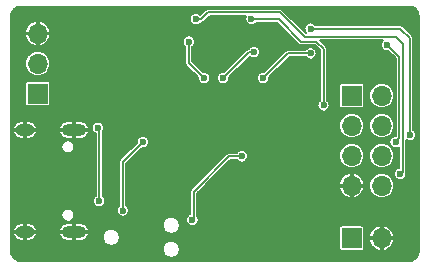
<source format=gbr>
G04 #@! TF.GenerationSoftware,KiCad,Pcbnew,5.1.4*
G04 #@! TF.CreationDate,2019-09-23T19:58:19+02:00*
G04 #@! TF.ProjectId,spiflash,73706966-6c61-4736-982e-6b696361645f,rev?*
G04 #@! TF.SameCoordinates,PX5f5e100PY4a62f80*
G04 #@! TF.FileFunction,Copper,L2,Bot*
G04 #@! TF.FilePolarity,Positive*
%FSLAX46Y46*%
G04 Gerber Fmt 4.6, Leading zero omitted, Abs format (unit mm)*
G04 Created by KiCad (PCBNEW 5.1.4) date 2019-09-23 19:58:19*
%MOMM*%
%LPD*%
G04 APERTURE LIST*
%ADD10O,1.700000X1.700000*%
%ADD11R,1.700000X1.700000*%
%ADD12O,1.600000X1.000000*%
%ADD13O,2.100000X1.000000*%
%ADD14C,0.600000*%
%ADD15C,0.150000*%
G04 APERTURE END LIST*
D10*
X31623000Y-15396000D03*
X29083000Y-15396000D03*
X31623000Y-12856000D03*
X29083000Y-12856000D03*
X31623000Y-10316000D03*
X29083000Y-10316000D03*
X31623000Y-7776000D03*
D11*
X29083000Y-7776000D03*
D10*
X2500000Y-2520000D03*
X2500000Y-5060000D03*
D11*
X2500000Y-7600000D03*
D10*
X31623000Y-19841000D03*
D11*
X29083000Y-19841000D03*
D12*
X1405000Y-19320000D03*
X1405000Y-10680000D03*
D13*
X5585000Y-19320000D03*
X5585000Y-10680000D03*
D14*
X14300000Y-3200000D03*
X19100000Y-3200000D03*
X11200000Y-3600000D03*
X23900000Y-3200000D03*
X22400000Y-3200000D03*
X17600000Y-3200000D03*
X24200000Y-6700000D03*
X24100000Y-8300000D03*
X7800000Y-6300000D03*
X11700000Y-6300000D03*
X10000000Y-8800000D03*
X10300000Y-11000000D03*
X19991297Y-11850010D03*
X20700000Y-17400000D03*
X18500000Y-19000000D03*
X17700000Y-15400000D03*
X18900000Y-15400000D03*
X15300000Y-9600000D03*
X16100000Y-6900000D03*
X14400000Y-12700000D03*
X14100000Y-14600000D03*
X13500000Y-17200000D03*
X11900000Y-21100000D03*
X25300000Y-15800000D03*
X24500000Y-11200000D03*
X24500000Y-12200000D03*
X26700000Y-700000D03*
X21500000Y-19300000D03*
X27800000Y-5100000D03*
X28800000Y-6000000D03*
X32000000Y-4900000D03*
X29900000Y-3400000D03*
X19762868Y-12910072D03*
X15600000Y-18300000D03*
X7700000Y-16700000D03*
X7600000Y-10500000D03*
X32800000Y-11700000D03*
X32100000Y-3500000D03*
X20600000Y-1300000D03*
X26700000Y-8600000D03*
X11400000Y-11700000D03*
X9700000Y-17500000D03*
X25600000Y-2100000D03*
X34000000Y-11100000D03*
X15900000Y-1300000D03*
X33200000Y-14400000D03*
X16600000Y-6300000D03*
X15300000Y-3200000D03*
X18200000Y-6300000D03*
X20800000Y-4100008D03*
X25600000Y-4200000D03*
X21600000Y-6300000D03*
D15*
X15700000Y-18200000D02*
X15600000Y-18300000D01*
X19762868Y-12910072D02*
X18689928Y-12910072D01*
X15700000Y-15900000D02*
X15700000Y-18200000D01*
X18689928Y-12910072D02*
X15700000Y-15900000D01*
X7700000Y-16700000D02*
X7700000Y-10600000D01*
X7700000Y-10600000D02*
X7600000Y-10500000D01*
X33100000Y-4500000D02*
X32100000Y-3500000D01*
X32800000Y-11700000D02*
X33100000Y-11400000D01*
X33100000Y-11400000D02*
X33100000Y-4500000D01*
X26100000Y-3200000D02*
X26700000Y-3800000D01*
X22900000Y-1300000D02*
X24800000Y-3200000D01*
X24800000Y-3200000D02*
X26100000Y-3200000D01*
X20600000Y-1300000D02*
X22900000Y-1300000D01*
X26700000Y-8175736D02*
X26700000Y-8600000D01*
X26700000Y-3800000D02*
X26700000Y-8175736D01*
X11400000Y-11700000D02*
X9700000Y-13400000D01*
X9700000Y-13400000D02*
X9700000Y-17500000D01*
X25600000Y-2100000D02*
X33200000Y-2100000D01*
X33200000Y-2100000D02*
X34000000Y-2900000D01*
X34000000Y-2900000D02*
X34000000Y-11100000D01*
X16324264Y-1300000D02*
X16924264Y-700000D01*
X15900000Y-1300000D02*
X16324264Y-1300000D01*
X16924264Y-700000D02*
X23000000Y-700000D01*
X23000000Y-700000D02*
X25100000Y-2800000D01*
X25100000Y-2800000D02*
X32800000Y-2800000D01*
X32800000Y-2800000D02*
X33400000Y-3400000D01*
X33400000Y-3400000D02*
X33400000Y-14200000D01*
X33400000Y-14200000D02*
X33200000Y-14400000D01*
X16600000Y-6300000D02*
X15300000Y-5000000D01*
X15300000Y-5000000D02*
X15300000Y-3624264D01*
X15300000Y-3624264D02*
X15300000Y-3200000D01*
X20399992Y-4100008D02*
X20800000Y-4100008D01*
X18200000Y-6300000D02*
X20399992Y-4100008D01*
X25600000Y-4200000D02*
X23700000Y-4200000D01*
X23700000Y-4200000D02*
X21600000Y-6300000D01*
G36*
X34145443Y-265460D02*
G01*
X34285346Y-307699D01*
X34414381Y-376308D01*
X34527631Y-468672D01*
X34620785Y-581275D01*
X34690290Y-709823D01*
X34733508Y-849437D01*
X34750001Y-1006356D01*
X34750000Y-20987771D01*
X34734540Y-21145443D01*
X34692301Y-21285346D01*
X34623691Y-21414383D01*
X34531330Y-21527629D01*
X34418724Y-21620785D01*
X34290175Y-21690291D01*
X34150563Y-21733508D01*
X33993654Y-21750000D01*
X1012229Y-21750000D01*
X854557Y-21734540D01*
X714654Y-21692301D01*
X585617Y-21623691D01*
X472371Y-21531330D01*
X379215Y-21418724D01*
X309709Y-21290175D01*
X266492Y-21150563D01*
X250000Y-20993654D01*
X250000Y-20695057D01*
X13069700Y-20695057D01*
X13069700Y-20836943D01*
X13097381Y-20976104D01*
X13151679Y-21107190D01*
X13230507Y-21225164D01*
X13330836Y-21325493D01*
X13448810Y-21404321D01*
X13579896Y-21458619D01*
X13719057Y-21486300D01*
X13860943Y-21486300D01*
X14000104Y-21458619D01*
X14131190Y-21404321D01*
X14249164Y-21325493D01*
X14349493Y-21225164D01*
X14428321Y-21107190D01*
X14482619Y-20976104D01*
X14510300Y-20836943D01*
X14510300Y-20695057D01*
X14482619Y-20555896D01*
X14428321Y-20424810D01*
X14349493Y-20306836D01*
X14249164Y-20206507D01*
X14131190Y-20127679D01*
X14000104Y-20073381D01*
X13860943Y-20045700D01*
X13719057Y-20045700D01*
X13579896Y-20073381D01*
X13448810Y-20127679D01*
X13330836Y-20206507D01*
X13230507Y-20306836D01*
X13151679Y-20424810D01*
X13097381Y-20555896D01*
X13069700Y-20695057D01*
X250000Y-20695057D01*
X250000Y-19506883D01*
X404501Y-19506883D01*
X406486Y-19528155D01*
X460517Y-19660429D01*
X539315Y-19779620D01*
X639852Y-19881148D01*
X758264Y-19961112D01*
X890001Y-20016438D01*
X1030000Y-20045000D01*
X1330000Y-20045000D01*
X1330000Y-19395000D01*
X1480000Y-19395000D01*
X1480000Y-20045000D01*
X1780000Y-20045000D01*
X1919999Y-20016438D01*
X2051736Y-19961112D01*
X2170148Y-19881148D01*
X2270685Y-19779620D01*
X2349483Y-19660429D01*
X2403514Y-19528155D01*
X2405499Y-19506883D01*
X4334501Y-19506883D01*
X4336486Y-19528155D01*
X4390517Y-19660429D01*
X4469315Y-19779620D01*
X4569852Y-19881148D01*
X4688264Y-19961112D01*
X4820001Y-20016438D01*
X4960000Y-20045000D01*
X5510000Y-20045000D01*
X5510000Y-19395000D01*
X5660000Y-19395000D01*
X5660000Y-20045000D01*
X6210000Y-20045000D01*
X6349999Y-20016438D01*
X6481736Y-19961112D01*
X6600148Y-19881148D01*
X6700685Y-19779620D01*
X6767167Y-19679057D01*
X7989700Y-19679057D01*
X7989700Y-19820943D01*
X8017381Y-19960104D01*
X8071679Y-20091190D01*
X8150507Y-20209164D01*
X8250836Y-20309493D01*
X8368810Y-20388321D01*
X8499896Y-20442619D01*
X8639057Y-20470300D01*
X8780943Y-20470300D01*
X8920104Y-20442619D01*
X9051190Y-20388321D01*
X9169164Y-20309493D01*
X9269493Y-20209164D01*
X9348321Y-20091190D01*
X9402619Y-19960104D01*
X9430300Y-19820943D01*
X9430300Y-19679057D01*
X9402619Y-19539896D01*
X9348321Y-19408810D01*
X9269493Y-19290836D01*
X9169164Y-19190507D01*
X9051190Y-19111679D01*
X8920104Y-19057381D01*
X8780943Y-19029700D01*
X8639057Y-19029700D01*
X8499896Y-19057381D01*
X8368810Y-19111679D01*
X8250836Y-19190507D01*
X8150507Y-19290836D01*
X8071679Y-19408810D01*
X8017381Y-19539896D01*
X7989700Y-19679057D01*
X6767167Y-19679057D01*
X6779483Y-19660429D01*
X6833514Y-19528155D01*
X6835499Y-19506883D01*
X6799531Y-19395000D01*
X5660000Y-19395000D01*
X5510000Y-19395000D01*
X4370469Y-19395000D01*
X4334501Y-19506883D01*
X2405499Y-19506883D01*
X2369531Y-19395000D01*
X1480000Y-19395000D01*
X1330000Y-19395000D01*
X440469Y-19395000D01*
X404501Y-19506883D01*
X250000Y-19506883D01*
X250000Y-19133117D01*
X404501Y-19133117D01*
X440469Y-19245000D01*
X1330000Y-19245000D01*
X1330000Y-18595000D01*
X1480000Y-18595000D01*
X1480000Y-19245000D01*
X2369531Y-19245000D01*
X2405499Y-19133117D01*
X4334501Y-19133117D01*
X4370469Y-19245000D01*
X5510000Y-19245000D01*
X5510000Y-18595000D01*
X5660000Y-18595000D01*
X5660000Y-19245000D01*
X6799531Y-19245000D01*
X6835499Y-19133117D01*
X6833514Y-19111845D01*
X6779483Y-18979571D01*
X6700685Y-18860380D01*
X6600148Y-18758852D01*
X6481736Y-18678888D01*
X6444041Y-18663057D01*
X13069700Y-18663057D01*
X13069700Y-18804943D01*
X13097381Y-18944104D01*
X13151679Y-19075190D01*
X13230507Y-19193164D01*
X13330836Y-19293493D01*
X13448810Y-19372321D01*
X13579896Y-19426619D01*
X13719057Y-19454300D01*
X13860943Y-19454300D01*
X14000104Y-19426619D01*
X14131190Y-19372321D01*
X14249164Y-19293493D01*
X14349493Y-19193164D01*
X14428321Y-19075190D01*
X14463193Y-18991000D01*
X28006912Y-18991000D01*
X28006912Y-20691000D01*
X28011256Y-20735108D01*
X28024122Y-20777520D01*
X28045015Y-20816608D01*
X28073132Y-20850868D01*
X28107392Y-20878985D01*
X28146480Y-20899878D01*
X28188892Y-20912744D01*
X28233000Y-20917088D01*
X29933000Y-20917088D01*
X29977108Y-20912744D01*
X30019520Y-20899878D01*
X30058608Y-20878985D01*
X30092868Y-20850868D01*
X30120985Y-20816608D01*
X30141878Y-20777520D01*
X30154744Y-20735108D01*
X30159088Y-20691000D01*
X30159088Y-20082834D01*
X30575551Y-20082834D01*
X30642857Y-20282534D01*
X30747829Y-20465266D01*
X30886433Y-20624008D01*
X31053343Y-20752660D01*
X31242145Y-20846277D01*
X31381166Y-20888446D01*
X31548000Y-20856986D01*
X31548000Y-19916000D01*
X31698000Y-19916000D01*
X31698000Y-20856986D01*
X31864834Y-20888446D01*
X32003855Y-20846277D01*
X32192657Y-20752660D01*
X32359567Y-20624008D01*
X32498171Y-20465266D01*
X32603143Y-20282534D01*
X32670449Y-20082834D01*
X32639134Y-19916000D01*
X31698000Y-19916000D01*
X31548000Y-19916000D01*
X30606866Y-19916000D01*
X30575551Y-20082834D01*
X30159088Y-20082834D01*
X30159088Y-19599166D01*
X30575551Y-19599166D01*
X30606866Y-19766000D01*
X31548000Y-19766000D01*
X31548000Y-18825014D01*
X31698000Y-18825014D01*
X31698000Y-19766000D01*
X32639134Y-19766000D01*
X32670449Y-19599166D01*
X32603143Y-19399466D01*
X32498171Y-19216734D01*
X32359567Y-19057992D01*
X32192657Y-18929340D01*
X32003855Y-18835723D01*
X31864834Y-18793554D01*
X31698000Y-18825014D01*
X31548000Y-18825014D01*
X31381166Y-18793554D01*
X31242145Y-18835723D01*
X31053343Y-18929340D01*
X30886433Y-19057992D01*
X30747829Y-19216734D01*
X30642857Y-19399466D01*
X30575551Y-19599166D01*
X30159088Y-19599166D01*
X30159088Y-18991000D01*
X30154744Y-18946892D01*
X30141878Y-18904480D01*
X30120985Y-18865392D01*
X30092868Y-18831132D01*
X30058608Y-18803015D01*
X30019520Y-18782122D01*
X29977108Y-18769256D01*
X29933000Y-18764912D01*
X28233000Y-18764912D01*
X28188892Y-18769256D01*
X28146480Y-18782122D01*
X28107392Y-18803015D01*
X28073132Y-18831132D01*
X28045015Y-18865392D01*
X28024122Y-18904480D01*
X28011256Y-18946892D01*
X28006912Y-18991000D01*
X14463193Y-18991000D01*
X14482619Y-18944104D01*
X14510300Y-18804943D01*
X14510300Y-18663057D01*
X14482619Y-18523896D01*
X14428321Y-18392810D01*
X14349493Y-18274836D01*
X14322949Y-18248292D01*
X15075000Y-18248292D01*
X15075000Y-18351708D01*
X15095176Y-18453137D01*
X15134751Y-18548681D01*
X15192206Y-18634668D01*
X15265332Y-18707794D01*
X15351319Y-18765249D01*
X15446863Y-18804824D01*
X15548292Y-18825000D01*
X15651708Y-18825000D01*
X15753137Y-18804824D01*
X15848681Y-18765249D01*
X15934668Y-18707794D01*
X16007794Y-18634668D01*
X16065249Y-18548681D01*
X16104824Y-18453137D01*
X16125000Y-18351708D01*
X16125000Y-18248292D01*
X16104824Y-18146863D01*
X16065249Y-18051319D01*
X16007794Y-17965332D01*
X16000000Y-17957538D01*
X16000000Y-16024263D01*
X16386429Y-15637834D01*
X28035554Y-15637834D01*
X28077723Y-15776855D01*
X28171340Y-15965657D01*
X28299992Y-16132567D01*
X28458734Y-16271171D01*
X28641466Y-16376143D01*
X28841166Y-16443449D01*
X29008000Y-16412134D01*
X29008000Y-15471000D01*
X29158000Y-15471000D01*
X29158000Y-16412134D01*
X29324834Y-16443449D01*
X29524534Y-16376143D01*
X29707266Y-16271171D01*
X29866008Y-16132567D01*
X29994660Y-15965657D01*
X30088277Y-15776855D01*
X30130446Y-15637834D01*
X30098986Y-15471000D01*
X29158000Y-15471000D01*
X29008000Y-15471000D01*
X28067014Y-15471000D01*
X28035554Y-15637834D01*
X16386429Y-15637834D01*
X16628263Y-15396000D01*
X30542799Y-15396000D01*
X30563555Y-15606737D01*
X30625024Y-15809375D01*
X30724846Y-15996128D01*
X30859183Y-16159817D01*
X31022872Y-16294154D01*
X31209625Y-16393976D01*
X31412263Y-16455445D01*
X31570194Y-16471000D01*
X31675806Y-16471000D01*
X31833737Y-16455445D01*
X32036375Y-16393976D01*
X32223128Y-16294154D01*
X32386817Y-16159817D01*
X32521154Y-15996128D01*
X32620976Y-15809375D01*
X32682445Y-15606737D01*
X32703201Y-15396000D01*
X32682445Y-15185263D01*
X32620976Y-14982625D01*
X32521154Y-14795872D01*
X32386817Y-14632183D01*
X32223128Y-14497846D01*
X32036375Y-14398024D01*
X31833737Y-14336555D01*
X31675806Y-14321000D01*
X31570194Y-14321000D01*
X31412263Y-14336555D01*
X31209625Y-14398024D01*
X31022872Y-14497846D01*
X30859183Y-14632183D01*
X30724846Y-14795872D01*
X30625024Y-14982625D01*
X30563555Y-15185263D01*
X30542799Y-15396000D01*
X16628263Y-15396000D01*
X16870097Y-15154166D01*
X28035554Y-15154166D01*
X28067014Y-15321000D01*
X29008000Y-15321000D01*
X29008000Y-14379866D01*
X29158000Y-14379866D01*
X29158000Y-15321000D01*
X30098986Y-15321000D01*
X30130446Y-15154166D01*
X30088277Y-15015145D01*
X29994660Y-14826343D01*
X29866008Y-14659433D01*
X29707266Y-14520829D01*
X29524534Y-14415857D01*
X29324834Y-14348551D01*
X29158000Y-14379866D01*
X29008000Y-14379866D01*
X28841166Y-14348551D01*
X28641466Y-14415857D01*
X28458734Y-14520829D01*
X28299992Y-14659433D01*
X28171340Y-14826343D01*
X28077723Y-15015145D01*
X28035554Y-15154166D01*
X16870097Y-15154166D01*
X18814193Y-13210072D01*
X19331909Y-13210072D01*
X19355074Y-13244740D01*
X19428200Y-13317866D01*
X19514187Y-13375321D01*
X19609731Y-13414896D01*
X19711160Y-13435072D01*
X19814576Y-13435072D01*
X19916005Y-13414896D01*
X20011549Y-13375321D01*
X20097536Y-13317866D01*
X20170662Y-13244740D01*
X20228117Y-13158753D01*
X20267692Y-13063209D01*
X20287868Y-12961780D01*
X20287868Y-12858364D01*
X20287398Y-12856000D01*
X28002799Y-12856000D01*
X28023555Y-13066737D01*
X28085024Y-13269375D01*
X28184846Y-13456128D01*
X28319183Y-13619817D01*
X28482872Y-13754154D01*
X28669625Y-13853976D01*
X28872263Y-13915445D01*
X29030194Y-13931000D01*
X29135806Y-13931000D01*
X29293737Y-13915445D01*
X29496375Y-13853976D01*
X29683128Y-13754154D01*
X29846817Y-13619817D01*
X29981154Y-13456128D01*
X30080976Y-13269375D01*
X30142445Y-13066737D01*
X30163201Y-12856000D01*
X30542799Y-12856000D01*
X30563555Y-13066737D01*
X30625024Y-13269375D01*
X30724846Y-13456128D01*
X30859183Y-13619817D01*
X31022872Y-13754154D01*
X31209625Y-13853976D01*
X31412263Y-13915445D01*
X31570194Y-13931000D01*
X31675806Y-13931000D01*
X31833737Y-13915445D01*
X32036375Y-13853976D01*
X32223128Y-13754154D01*
X32386817Y-13619817D01*
X32521154Y-13456128D01*
X32620976Y-13269375D01*
X32682445Y-13066737D01*
X32703201Y-12856000D01*
X32682445Y-12645263D01*
X32620976Y-12442625D01*
X32521154Y-12255872D01*
X32386817Y-12092183D01*
X32223128Y-11957846D01*
X32036375Y-11858024D01*
X31833737Y-11796555D01*
X31675806Y-11781000D01*
X31570194Y-11781000D01*
X31412263Y-11796555D01*
X31209625Y-11858024D01*
X31022872Y-11957846D01*
X30859183Y-12092183D01*
X30724846Y-12255872D01*
X30625024Y-12442625D01*
X30563555Y-12645263D01*
X30542799Y-12856000D01*
X30163201Y-12856000D01*
X30142445Y-12645263D01*
X30080976Y-12442625D01*
X29981154Y-12255872D01*
X29846817Y-12092183D01*
X29683128Y-11957846D01*
X29496375Y-11858024D01*
X29293737Y-11796555D01*
X29135806Y-11781000D01*
X29030194Y-11781000D01*
X28872263Y-11796555D01*
X28669625Y-11858024D01*
X28482872Y-11957846D01*
X28319183Y-12092183D01*
X28184846Y-12255872D01*
X28085024Y-12442625D01*
X28023555Y-12645263D01*
X28002799Y-12856000D01*
X20287398Y-12856000D01*
X20267692Y-12756935D01*
X20228117Y-12661391D01*
X20170662Y-12575404D01*
X20097536Y-12502278D01*
X20011549Y-12444823D01*
X19916005Y-12405248D01*
X19814576Y-12385072D01*
X19711160Y-12385072D01*
X19609731Y-12405248D01*
X19514187Y-12444823D01*
X19428200Y-12502278D01*
X19355074Y-12575404D01*
X19331909Y-12610072D01*
X18704658Y-12610072D01*
X18689928Y-12608621D01*
X18675198Y-12610072D01*
X18675195Y-12610072D01*
X18631118Y-12614413D01*
X18587729Y-12627575D01*
X18574567Y-12631568D01*
X18522450Y-12659425D01*
X18488213Y-12687522D01*
X18488207Y-12687528D01*
X18476770Y-12696914D01*
X18467384Y-12708351D01*
X15498290Y-15677447D01*
X15486842Y-15686842D01*
X15466358Y-15711802D01*
X15449353Y-15732523D01*
X15434464Y-15760380D01*
X15421496Y-15784641D01*
X15404341Y-15841191D01*
X15400000Y-15885268D01*
X15400000Y-15885277D01*
X15398550Y-15900000D01*
X15400000Y-15914723D01*
X15400001Y-17814587D01*
X15351319Y-17834751D01*
X15265332Y-17892206D01*
X15192206Y-17965332D01*
X15134751Y-18051319D01*
X15095176Y-18146863D01*
X15075000Y-18248292D01*
X14322949Y-18248292D01*
X14249164Y-18174507D01*
X14131190Y-18095679D01*
X14000104Y-18041381D01*
X13860943Y-18013700D01*
X13719057Y-18013700D01*
X13579896Y-18041381D01*
X13448810Y-18095679D01*
X13330836Y-18174507D01*
X13230507Y-18274836D01*
X13151679Y-18392810D01*
X13097381Y-18523896D01*
X13069700Y-18663057D01*
X6444041Y-18663057D01*
X6349999Y-18623562D01*
X6210000Y-18595000D01*
X5660000Y-18595000D01*
X5510000Y-18595000D01*
X4960000Y-18595000D01*
X4820001Y-18623562D01*
X4688264Y-18678888D01*
X4569852Y-18758852D01*
X4469315Y-18860380D01*
X4390517Y-18979571D01*
X4336486Y-19111845D01*
X4334501Y-19133117D01*
X2405499Y-19133117D01*
X2403514Y-19111845D01*
X2349483Y-18979571D01*
X2270685Y-18860380D01*
X2170148Y-18758852D01*
X2051736Y-18678888D01*
X1919999Y-18623562D01*
X1780000Y-18595000D01*
X1480000Y-18595000D01*
X1330000Y-18595000D01*
X1030000Y-18595000D01*
X890001Y-18623562D01*
X758264Y-18678888D01*
X639852Y-18758852D01*
X539315Y-18860380D01*
X460517Y-18979571D01*
X406486Y-19111845D01*
X404501Y-19133117D01*
X250000Y-19133117D01*
X250000Y-17835830D01*
X4505000Y-17835830D01*
X4505000Y-17944170D01*
X4526136Y-18050429D01*
X4567597Y-18150523D01*
X4627787Y-18240604D01*
X4704396Y-18317213D01*
X4794477Y-18377403D01*
X4894571Y-18418864D01*
X5000830Y-18440000D01*
X5109170Y-18440000D01*
X5215429Y-18418864D01*
X5315523Y-18377403D01*
X5405604Y-18317213D01*
X5482213Y-18240604D01*
X5542403Y-18150523D01*
X5583864Y-18050429D01*
X5605000Y-17944170D01*
X5605000Y-17835830D01*
X5583864Y-17729571D01*
X5542403Y-17629477D01*
X5482213Y-17539396D01*
X5405604Y-17462787D01*
X5383911Y-17448292D01*
X9175000Y-17448292D01*
X9175000Y-17551708D01*
X9195176Y-17653137D01*
X9234751Y-17748681D01*
X9292206Y-17834668D01*
X9365332Y-17907794D01*
X9451319Y-17965249D01*
X9546863Y-18004824D01*
X9648292Y-18025000D01*
X9751708Y-18025000D01*
X9853137Y-18004824D01*
X9948681Y-17965249D01*
X10034668Y-17907794D01*
X10107794Y-17834668D01*
X10165249Y-17748681D01*
X10204824Y-17653137D01*
X10225000Y-17551708D01*
X10225000Y-17448292D01*
X10204824Y-17346863D01*
X10165249Y-17251319D01*
X10107794Y-17165332D01*
X10034668Y-17092206D01*
X10000000Y-17069041D01*
X10000000Y-13524263D01*
X11307398Y-12216866D01*
X11348292Y-12225000D01*
X11451708Y-12225000D01*
X11553137Y-12204824D01*
X11648681Y-12165249D01*
X11734668Y-12107794D01*
X11807794Y-12034668D01*
X11865249Y-11948681D01*
X11904824Y-11853137D01*
X11925000Y-11751708D01*
X11925000Y-11648292D01*
X11904824Y-11546863D01*
X11865249Y-11451319D01*
X11807794Y-11365332D01*
X11734668Y-11292206D01*
X11648681Y-11234751D01*
X11553137Y-11195176D01*
X11451708Y-11175000D01*
X11348292Y-11175000D01*
X11246863Y-11195176D01*
X11151319Y-11234751D01*
X11065332Y-11292206D01*
X10992206Y-11365332D01*
X10934751Y-11451319D01*
X10895176Y-11546863D01*
X10875000Y-11648292D01*
X10875000Y-11751708D01*
X10883134Y-11792602D01*
X9498290Y-13177447D01*
X9486842Y-13186842D01*
X9471341Y-13205731D01*
X9449353Y-13232523D01*
X9442823Y-13244740D01*
X9421496Y-13284641D01*
X9404341Y-13341191D01*
X9400000Y-13385268D01*
X9400000Y-13385277D01*
X9398550Y-13400000D01*
X9400000Y-13414723D01*
X9400001Y-17069041D01*
X9365332Y-17092206D01*
X9292206Y-17165332D01*
X9234751Y-17251319D01*
X9195176Y-17346863D01*
X9175000Y-17448292D01*
X5383911Y-17448292D01*
X5315523Y-17402597D01*
X5215429Y-17361136D01*
X5109170Y-17340000D01*
X5000830Y-17340000D01*
X4894571Y-17361136D01*
X4794477Y-17402597D01*
X4704396Y-17462787D01*
X4627787Y-17539396D01*
X4567597Y-17629477D01*
X4526136Y-17729571D01*
X4505000Y-17835830D01*
X250000Y-17835830D01*
X250000Y-12055830D01*
X4505000Y-12055830D01*
X4505000Y-12164170D01*
X4526136Y-12270429D01*
X4567597Y-12370523D01*
X4627787Y-12460604D01*
X4704396Y-12537213D01*
X4794477Y-12597403D01*
X4894571Y-12638864D01*
X5000830Y-12660000D01*
X5109170Y-12660000D01*
X5215429Y-12638864D01*
X5315523Y-12597403D01*
X5405604Y-12537213D01*
X5482213Y-12460604D01*
X5542403Y-12370523D01*
X5583864Y-12270429D01*
X5605000Y-12164170D01*
X5605000Y-12055830D01*
X5583864Y-11949571D01*
X5542403Y-11849477D01*
X5482213Y-11759396D01*
X5405604Y-11682787D01*
X5315523Y-11622597D01*
X5215429Y-11581136D01*
X5109170Y-11560000D01*
X5000830Y-11560000D01*
X4894571Y-11581136D01*
X4794477Y-11622597D01*
X4704396Y-11682787D01*
X4627787Y-11759396D01*
X4567597Y-11849477D01*
X4526136Y-11949571D01*
X4505000Y-12055830D01*
X250000Y-12055830D01*
X250000Y-10866883D01*
X404501Y-10866883D01*
X406486Y-10888155D01*
X460517Y-11020429D01*
X539315Y-11139620D01*
X639852Y-11241148D01*
X758264Y-11321112D01*
X890001Y-11376438D01*
X1030000Y-11405000D01*
X1330000Y-11405000D01*
X1330000Y-10755000D01*
X1480000Y-10755000D01*
X1480000Y-11405000D01*
X1780000Y-11405000D01*
X1919999Y-11376438D01*
X2051736Y-11321112D01*
X2170148Y-11241148D01*
X2270685Y-11139620D01*
X2349483Y-11020429D01*
X2403514Y-10888155D01*
X2405499Y-10866883D01*
X4334501Y-10866883D01*
X4336486Y-10888155D01*
X4390517Y-11020429D01*
X4469315Y-11139620D01*
X4569852Y-11241148D01*
X4688264Y-11321112D01*
X4820001Y-11376438D01*
X4960000Y-11405000D01*
X5510000Y-11405000D01*
X5510000Y-10755000D01*
X5660000Y-10755000D01*
X5660000Y-11405000D01*
X6210000Y-11405000D01*
X6349999Y-11376438D01*
X6481736Y-11321112D01*
X6600148Y-11241148D01*
X6700685Y-11139620D01*
X6779483Y-11020429D01*
X6833514Y-10888155D01*
X6835499Y-10866883D01*
X6799531Y-10755000D01*
X5660000Y-10755000D01*
X5510000Y-10755000D01*
X4370469Y-10755000D01*
X4334501Y-10866883D01*
X2405499Y-10866883D01*
X2369531Y-10755000D01*
X1480000Y-10755000D01*
X1330000Y-10755000D01*
X440469Y-10755000D01*
X404501Y-10866883D01*
X250000Y-10866883D01*
X250000Y-10493117D01*
X404501Y-10493117D01*
X440469Y-10605000D01*
X1330000Y-10605000D01*
X1330000Y-9955000D01*
X1480000Y-9955000D01*
X1480000Y-10605000D01*
X2369531Y-10605000D01*
X2405499Y-10493117D01*
X4334501Y-10493117D01*
X4370469Y-10605000D01*
X5510000Y-10605000D01*
X5510000Y-9955000D01*
X5660000Y-9955000D01*
X5660000Y-10605000D01*
X6799531Y-10605000D01*
X6835499Y-10493117D01*
X6833514Y-10471845D01*
X6823894Y-10448292D01*
X7075000Y-10448292D01*
X7075000Y-10551708D01*
X7095176Y-10653137D01*
X7134751Y-10748681D01*
X7192206Y-10834668D01*
X7265332Y-10907794D01*
X7351319Y-10965249D01*
X7400001Y-10985413D01*
X7400000Y-16269041D01*
X7365332Y-16292206D01*
X7292206Y-16365332D01*
X7234751Y-16451319D01*
X7195176Y-16546863D01*
X7175000Y-16648292D01*
X7175000Y-16751708D01*
X7195176Y-16853137D01*
X7234751Y-16948681D01*
X7292206Y-17034668D01*
X7365332Y-17107794D01*
X7451319Y-17165249D01*
X7546863Y-17204824D01*
X7648292Y-17225000D01*
X7751708Y-17225000D01*
X7853137Y-17204824D01*
X7948681Y-17165249D01*
X8034668Y-17107794D01*
X8107794Y-17034668D01*
X8165249Y-16948681D01*
X8204824Y-16853137D01*
X8225000Y-16751708D01*
X8225000Y-16648292D01*
X8204824Y-16546863D01*
X8165249Y-16451319D01*
X8107794Y-16365332D01*
X8034668Y-16292206D01*
X8000000Y-16269041D01*
X8000000Y-10842462D01*
X8007794Y-10834668D01*
X8065249Y-10748681D01*
X8104824Y-10653137D01*
X8125000Y-10551708D01*
X8125000Y-10448292D01*
X8104824Y-10346863D01*
X8092041Y-10316000D01*
X28002799Y-10316000D01*
X28023555Y-10526737D01*
X28085024Y-10729375D01*
X28184846Y-10916128D01*
X28319183Y-11079817D01*
X28482872Y-11214154D01*
X28669625Y-11313976D01*
X28872263Y-11375445D01*
X29030194Y-11391000D01*
X29135806Y-11391000D01*
X29293737Y-11375445D01*
X29496375Y-11313976D01*
X29683128Y-11214154D01*
X29846817Y-11079817D01*
X29981154Y-10916128D01*
X30080976Y-10729375D01*
X30142445Y-10526737D01*
X30163201Y-10316000D01*
X30542799Y-10316000D01*
X30563555Y-10526737D01*
X30625024Y-10729375D01*
X30724846Y-10916128D01*
X30859183Y-11079817D01*
X31022872Y-11214154D01*
X31209625Y-11313976D01*
X31412263Y-11375445D01*
X31570194Y-11391000D01*
X31675806Y-11391000D01*
X31833737Y-11375445D01*
X32036375Y-11313976D01*
X32223128Y-11214154D01*
X32386817Y-11079817D01*
X32521154Y-10916128D01*
X32620976Y-10729375D01*
X32682445Y-10526737D01*
X32703201Y-10316000D01*
X32682445Y-10105263D01*
X32620976Y-9902625D01*
X32521154Y-9715872D01*
X32386817Y-9552183D01*
X32223128Y-9417846D01*
X32036375Y-9318024D01*
X31833737Y-9256555D01*
X31675806Y-9241000D01*
X31570194Y-9241000D01*
X31412263Y-9256555D01*
X31209625Y-9318024D01*
X31022872Y-9417846D01*
X30859183Y-9552183D01*
X30724846Y-9715872D01*
X30625024Y-9902625D01*
X30563555Y-10105263D01*
X30542799Y-10316000D01*
X30163201Y-10316000D01*
X30142445Y-10105263D01*
X30080976Y-9902625D01*
X29981154Y-9715872D01*
X29846817Y-9552183D01*
X29683128Y-9417846D01*
X29496375Y-9318024D01*
X29293737Y-9256555D01*
X29135806Y-9241000D01*
X29030194Y-9241000D01*
X28872263Y-9256555D01*
X28669625Y-9318024D01*
X28482872Y-9417846D01*
X28319183Y-9552183D01*
X28184846Y-9715872D01*
X28085024Y-9902625D01*
X28023555Y-10105263D01*
X28002799Y-10316000D01*
X8092041Y-10316000D01*
X8065249Y-10251319D01*
X8007794Y-10165332D01*
X7934668Y-10092206D01*
X7848681Y-10034751D01*
X7753137Y-9995176D01*
X7651708Y-9975000D01*
X7548292Y-9975000D01*
X7446863Y-9995176D01*
X7351319Y-10034751D01*
X7265332Y-10092206D01*
X7192206Y-10165332D01*
X7134751Y-10251319D01*
X7095176Y-10346863D01*
X7075000Y-10448292D01*
X6823894Y-10448292D01*
X6779483Y-10339571D01*
X6700685Y-10220380D01*
X6600148Y-10118852D01*
X6481736Y-10038888D01*
X6349999Y-9983562D01*
X6210000Y-9955000D01*
X5660000Y-9955000D01*
X5510000Y-9955000D01*
X4960000Y-9955000D01*
X4820001Y-9983562D01*
X4688264Y-10038888D01*
X4569852Y-10118852D01*
X4469315Y-10220380D01*
X4390517Y-10339571D01*
X4336486Y-10471845D01*
X4334501Y-10493117D01*
X2405499Y-10493117D01*
X2403514Y-10471845D01*
X2349483Y-10339571D01*
X2270685Y-10220380D01*
X2170148Y-10118852D01*
X2051736Y-10038888D01*
X1919999Y-9983562D01*
X1780000Y-9955000D01*
X1480000Y-9955000D01*
X1330000Y-9955000D01*
X1030000Y-9955000D01*
X890001Y-9983562D01*
X758264Y-10038888D01*
X639852Y-10118852D01*
X539315Y-10220380D01*
X460517Y-10339571D01*
X406486Y-10471845D01*
X404501Y-10493117D01*
X250000Y-10493117D01*
X250000Y-6750000D01*
X1423912Y-6750000D01*
X1423912Y-8450000D01*
X1428256Y-8494108D01*
X1441122Y-8536520D01*
X1462015Y-8575608D01*
X1490132Y-8609868D01*
X1524392Y-8637985D01*
X1563480Y-8658878D01*
X1605892Y-8671744D01*
X1650000Y-8676088D01*
X3350000Y-8676088D01*
X3394108Y-8671744D01*
X3436520Y-8658878D01*
X3475608Y-8637985D01*
X3509868Y-8609868D01*
X3537985Y-8575608D01*
X3558878Y-8536520D01*
X3571744Y-8494108D01*
X3576088Y-8450000D01*
X3576088Y-6750000D01*
X3571744Y-6705892D01*
X3558878Y-6663480D01*
X3537985Y-6624392D01*
X3509868Y-6590132D01*
X3475608Y-6562015D01*
X3436520Y-6541122D01*
X3394108Y-6528256D01*
X3350000Y-6523912D01*
X1650000Y-6523912D01*
X1605892Y-6528256D01*
X1563480Y-6541122D01*
X1524392Y-6562015D01*
X1490132Y-6590132D01*
X1462015Y-6624392D01*
X1441122Y-6663480D01*
X1428256Y-6705892D01*
X1423912Y-6750000D01*
X250000Y-6750000D01*
X250000Y-5060000D01*
X1419799Y-5060000D01*
X1440555Y-5270737D01*
X1502024Y-5473375D01*
X1601846Y-5660128D01*
X1736183Y-5823817D01*
X1899872Y-5958154D01*
X2086625Y-6057976D01*
X2289263Y-6119445D01*
X2447194Y-6135000D01*
X2552806Y-6135000D01*
X2710737Y-6119445D01*
X2913375Y-6057976D01*
X3100128Y-5958154D01*
X3263817Y-5823817D01*
X3398154Y-5660128D01*
X3497976Y-5473375D01*
X3559445Y-5270737D01*
X3580201Y-5060000D01*
X3559445Y-4849263D01*
X3497976Y-4646625D01*
X3398154Y-4459872D01*
X3263817Y-4296183D01*
X3100128Y-4161846D01*
X2913375Y-4062024D01*
X2710737Y-4000555D01*
X2552806Y-3985000D01*
X2447194Y-3985000D01*
X2289263Y-4000555D01*
X2086625Y-4062024D01*
X1899872Y-4161846D01*
X1736183Y-4296183D01*
X1601846Y-4459872D01*
X1502024Y-4646625D01*
X1440555Y-4849263D01*
X1419799Y-5060000D01*
X250000Y-5060000D01*
X250000Y-2761834D01*
X1452554Y-2761834D01*
X1494723Y-2900855D01*
X1588340Y-3089657D01*
X1716992Y-3256567D01*
X1875734Y-3395171D01*
X2058466Y-3500143D01*
X2258166Y-3567449D01*
X2425000Y-3536134D01*
X2425000Y-2595000D01*
X2575000Y-2595000D01*
X2575000Y-3536134D01*
X2741834Y-3567449D01*
X2941534Y-3500143D01*
X3124266Y-3395171D01*
X3283008Y-3256567D01*
X3366464Y-3148292D01*
X14775000Y-3148292D01*
X14775000Y-3251708D01*
X14795176Y-3353137D01*
X14834751Y-3448681D01*
X14892206Y-3534668D01*
X14965332Y-3607794D01*
X15000000Y-3630959D01*
X15000000Y-3638996D01*
X15000001Y-3639006D01*
X15000000Y-4985277D01*
X14998550Y-5000000D01*
X15000000Y-5014723D01*
X15000000Y-5014732D01*
X15004341Y-5058809D01*
X15021496Y-5115359D01*
X15021497Y-5115360D01*
X15049353Y-5167477D01*
X15066358Y-5188198D01*
X15086842Y-5213158D01*
X15098290Y-5222553D01*
X16083134Y-6207398D01*
X16075000Y-6248292D01*
X16075000Y-6351708D01*
X16095176Y-6453137D01*
X16134751Y-6548681D01*
X16192206Y-6634668D01*
X16265332Y-6707794D01*
X16351319Y-6765249D01*
X16446863Y-6804824D01*
X16548292Y-6825000D01*
X16651708Y-6825000D01*
X16753137Y-6804824D01*
X16848681Y-6765249D01*
X16934668Y-6707794D01*
X17007794Y-6634668D01*
X17065249Y-6548681D01*
X17104824Y-6453137D01*
X17125000Y-6351708D01*
X17125000Y-6248292D01*
X17675000Y-6248292D01*
X17675000Y-6351708D01*
X17695176Y-6453137D01*
X17734751Y-6548681D01*
X17792206Y-6634668D01*
X17865332Y-6707794D01*
X17951319Y-6765249D01*
X18046863Y-6804824D01*
X18148292Y-6825000D01*
X18251708Y-6825000D01*
X18353137Y-6804824D01*
X18448681Y-6765249D01*
X18534668Y-6707794D01*
X18607794Y-6634668D01*
X18665249Y-6548681D01*
X18704824Y-6453137D01*
X18725000Y-6351708D01*
X18725000Y-6248292D01*
X21075000Y-6248292D01*
X21075000Y-6351708D01*
X21095176Y-6453137D01*
X21134751Y-6548681D01*
X21192206Y-6634668D01*
X21265332Y-6707794D01*
X21351319Y-6765249D01*
X21446863Y-6804824D01*
X21548292Y-6825000D01*
X21651708Y-6825000D01*
X21753137Y-6804824D01*
X21848681Y-6765249D01*
X21934668Y-6707794D01*
X22007794Y-6634668D01*
X22065249Y-6548681D01*
X22104824Y-6453137D01*
X22125000Y-6351708D01*
X22125000Y-6248292D01*
X22116865Y-6207398D01*
X23824264Y-4500000D01*
X25169041Y-4500000D01*
X25192206Y-4534668D01*
X25265332Y-4607794D01*
X25351319Y-4665249D01*
X25446863Y-4704824D01*
X25548292Y-4725000D01*
X25651708Y-4725000D01*
X25753137Y-4704824D01*
X25848681Y-4665249D01*
X25934668Y-4607794D01*
X26007794Y-4534668D01*
X26065249Y-4448681D01*
X26104824Y-4353137D01*
X26125000Y-4251708D01*
X26125000Y-4148292D01*
X26104824Y-4046863D01*
X26065249Y-3951319D01*
X26007794Y-3865332D01*
X25934668Y-3792206D01*
X25848681Y-3734751D01*
X25753137Y-3695176D01*
X25651708Y-3675000D01*
X25548292Y-3675000D01*
X25446863Y-3695176D01*
X25351319Y-3734751D01*
X25265332Y-3792206D01*
X25192206Y-3865332D01*
X25169041Y-3900000D01*
X23714719Y-3900000D01*
X23699999Y-3898550D01*
X23685279Y-3900000D01*
X23685267Y-3900000D01*
X23641190Y-3904341D01*
X23584640Y-3921496D01*
X23576747Y-3925715D01*
X23532522Y-3949353D01*
X23498285Y-3977451D01*
X23486842Y-3986842D01*
X23477451Y-3998285D01*
X21692602Y-5783135D01*
X21651708Y-5775000D01*
X21548292Y-5775000D01*
X21446863Y-5795176D01*
X21351319Y-5834751D01*
X21265332Y-5892206D01*
X21192206Y-5965332D01*
X21134751Y-6051319D01*
X21095176Y-6146863D01*
X21075000Y-6248292D01*
X18725000Y-6248292D01*
X18716865Y-6207398D01*
X20440897Y-4483367D01*
X20465332Y-4507802D01*
X20551319Y-4565257D01*
X20646863Y-4604832D01*
X20748292Y-4625008D01*
X20851708Y-4625008D01*
X20953137Y-4604832D01*
X21048681Y-4565257D01*
X21134668Y-4507802D01*
X21207794Y-4434676D01*
X21265249Y-4348689D01*
X21304824Y-4253145D01*
X21325000Y-4151716D01*
X21325000Y-4048300D01*
X21304824Y-3946871D01*
X21265249Y-3851327D01*
X21207794Y-3765340D01*
X21134668Y-3692214D01*
X21048681Y-3634759D01*
X20953137Y-3595184D01*
X20851708Y-3575008D01*
X20748292Y-3575008D01*
X20646863Y-3595184D01*
X20551319Y-3634759D01*
X20465332Y-3692214D01*
X20392206Y-3765340D01*
X20367899Y-3801718D01*
X20341182Y-3804349D01*
X20284632Y-3821504D01*
X20232514Y-3849361D01*
X20201382Y-3874911D01*
X20186834Y-3886850D01*
X20177443Y-3898293D01*
X18292602Y-5783135D01*
X18251708Y-5775000D01*
X18148292Y-5775000D01*
X18046863Y-5795176D01*
X17951319Y-5834751D01*
X17865332Y-5892206D01*
X17792206Y-5965332D01*
X17734751Y-6051319D01*
X17695176Y-6146863D01*
X17675000Y-6248292D01*
X17125000Y-6248292D01*
X17104824Y-6146863D01*
X17065249Y-6051319D01*
X17007794Y-5965332D01*
X16934668Y-5892206D01*
X16848681Y-5834751D01*
X16753137Y-5795176D01*
X16651708Y-5775000D01*
X16548292Y-5775000D01*
X16507398Y-5783134D01*
X15600000Y-4875737D01*
X15600000Y-3630959D01*
X15634668Y-3607794D01*
X15707794Y-3534668D01*
X15765249Y-3448681D01*
X15804824Y-3353137D01*
X15825000Y-3251708D01*
X15825000Y-3148292D01*
X15804824Y-3046863D01*
X15765249Y-2951319D01*
X15707794Y-2865332D01*
X15634668Y-2792206D01*
X15548681Y-2734751D01*
X15453137Y-2695176D01*
X15351708Y-2675000D01*
X15248292Y-2675000D01*
X15146863Y-2695176D01*
X15051319Y-2734751D01*
X14965332Y-2792206D01*
X14892206Y-2865332D01*
X14834751Y-2951319D01*
X14795176Y-3046863D01*
X14775000Y-3148292D01*
X3366464Y-3148292D01*
X3411660Y-3089657D01*
X3505277Y-2900855D01*
X3547446Y-2761834D01*
X3515986Y-2595000D01*
X2575000Y-2595000D01*
X2425000Y-2595000D01*
X1484014Y-2595000D01*
X1452554Y-2761834D01*
X250000Y-2761834D01*
X250000Y-2278166D01*
X1452554Y-2278166D01*
X1484014Y-2445000D01*
X2425000Y-2445000D01*
X2425000Y-1503866D01*
X2575000Y-1503866D01*
X2575000Y-2445000D01*
X3515986Y-2445000D01*
X3547446Y-2278166D01*
X3505277Y-2139145D01*
X3411660Y-1950343D01*
X3283008Y-1783433D01*
X3124266Y-1644829D01*
X2941534Y-1539857D01*
X2741834Y-1472551D01*
X2575000Y-1503866D01*
X2425000Y-1503866D01*
X2258166Y-1472551D01*
X2058466Y-1539857D01*
X1875734Y-1644829D01*
X1716992Y-1783433D01*
X1588340Y-1950343D01*
X1494723Y-2139145D01*
X1452554Y-2278166D01*
X250000Y-2278166D01*
X250000Y-1248292D01*
X15375000Y-1248292D01*
X15375000Y-1351708D01*
X15395176Y-1453137D01*
X15434751Y-1548681D01*
X15492206Y-1634668D01*
X15565332Y-1707794D01*
X15651319Y-1765249D01*
X15746863Y-1804824D01*
X15848292Y-1825000D01*
X15951708Y-1825000D01*
X16053137Y-1804824D01*
X16148681Y-1765249D01*
X16234668Y-1707794D01*
X16307794Y-1634668D01*
X16330393Y-1600846D01*
X16338987Y-1600000D01*
X16338997Y-1600000D01*
X16383074Y-1595659D01*
X16439624Y-1578504D01*
X16491741Y-1550647D01*
X16537422Y-1513158D01*
X16546817Y-1501710D01*
X17048528Y-1000000D01*
X20169041Y-1000000D01*
X20134751Y-1051319D01*
X20095176Y-1146863D01*
X20075000Y-1248292D01*
X20075000Y-1351708D01*
X20095176Y-1453137D01*
X20134751Y-1548681D01*
X20192206Y-1634668D01*
X20265332Y-1707794D01*
X20351319Y-1765249D01*
X20446863Y-1804824D01*
X20548292Y-1825000D01*
X20651708Y-1825000D01*
X20753137Y-1804824D01*
X20848681Y-1765249D01*
X20934668Y-1707794D01*
X21007794Y-1634668D01*
X21030959Y-1600000D01*
X22775737Y-1600000D01*
X24577456Y-3401721D01*
X24586842Y-3413158D01*
X24598279Y-3422544D01*
X24598285Y-3422550D01*
X24632522Y-3450647D01*
X24684639Y-3478504D01*
X24697801Y-3482497D01*
X24741190Y-3495659D01*
X24785267Y-3500000D01*
X24785270Y-3500000D01*
X24800000Y-3501451D01*
X24814730Y-3500000D01*
X25975737Y-3500000D01*
X26400000Y-3924264D01*
X26400001Y-8160994D01*
X26400000Y-8161004D01*
X26400000Y-8169041D01*
X26365332Y-8192206D01*
X26292206Y-8265332D01*
X26234751Y-8351319D01*
X26195176Y-8446863D01*
X26175000Y-8548292D01*
X26175000Y-8651708D01*
X26195176Y-8753137D01*
X26234751Y-8848681D01*
X26292206Y-8934668D01*
X26365332Y-9007794D01*
X26451319Y-9065249D01*
X26546863Y-9104824D01*
X26648292Y-9125000D01*
X26751708Y-9125000D01*
X26853137Y-9104824D01*
X26948681Y-9065249D01*
X27034668Y-9007794D01*
X27107794Y-8934668D01*
X27165249Y-8848681D01*
X27204824Y-8753137D01*
X27225000Y-8651708D01*
X27225000Y-8548292D01*
X27204824Y-8446863D01*
X27165249Y-8351319D01*
X27107794Y-8265332D01*
X27034668Y-8192206D01*
X27000000Y-8169041D01*
X27000000Y-6926000D01*
X28006912Y-6926000D01*
X28006912Y-8626000D01*
X28011256Y-8670108D01*
X28024122Y-8712520D01*
X28045015Y-8751608D01*
X28073132Y-8785868D01*
X28107392Y-8813985D01*
X28146480Y-8834878D01*
X28188892Y-8847744D01*
X28233000Y-8852088D01*
X29933000Y-8852088D01*
X29977108Y-8847744D01*
X30019520Y-8834878D01*
X30058608Y-8813985D01*
X30092868Y-8785868D01*
X30120985Y-8751608D01*
X30141878Y-8712520D01*
X30154744Y-8670108D01*
X30159088Y-8626000D01*
X30159088Y-7776000D01*
X30542799Y-7776000D01*
X30563555Y-7986737D01*
X30625024Y-8189375D01*
X30724846Y-8376128D01*
X30859183Y-8539817D01*
X31022872Y-8674154D01*
X31209625Y-8773976D01*
X31412263Y-8835445D01*
X31570194Y-8851000D01*
X31675806Y-8851000D01*
X31833737Y-8835445D01*
X32036375Y-8773976D01*
X32223128Y-8674154D01*
X32386817Y-8539817D01*
X32521154Y-8376128D01*
X32620976Y-8189375D01*
X32682445Y-7986737D01*
X32703201Y-7776000D01*
X32682445Y-7565263D01*
X32620976Y-7362625D01*
X32521154Y-7175872D01*
X32386817Y-7012183D01*
X32223128Y-6877846D01*
X32036375Y-6778024D01*
X31833737Y-6716555D01*
X31675806Y-6701000D01*
X31570194Y-6701000D01*
X31412263Y-6716555D01*
X31209625Y-6778024D01*
X31022872Y-6877846D01*
X30859183Y-7012183D01*
X30724846Y-7175872D01*
X30625024Y-7362625D01*
X30563555Y-7565263D01*
X30542799Y-7776000D01*
X30159088Y-7776000D01*
X30159088Y-6926000D01*
X30154744Y-6881892D01*
X30141878Y-6839480D01*
X30120985Y-6800392D01*
X30092868Y-6766132D01*
X30058608Y-6738015D01*
X30019520Y-6717122D01*
X29977108Y-6704256D01*
X29933000Y-6699912D01*
X28233000Y-6699912D01*
X28188892Y-6704256D01*
X28146480Y-6717122D01*
X28107392Y-6738015D01*
X28073132Y-6766132D01*
X28045015Y-6800392D01*
X28024122Y-6839480D01*
X28011256Y-6881892D01*
X28006912Y-6926000D01*
X27000000Y-6926000D01*
X27000000Y-3814722D01*
X27001450Y-3799999D01*
X27000000Y-3785276D01*
X27000000Y-3785267D01*
X26995659Y-3741190D01*
X26978504Y-3684640D01*
X26965536Y-3660379D01*
X26950647Y-3632522D01*
X26922549Y-3598285D01*
X26913158Y-3586842D01*
X26901716Y-3577452D01*
X26424263Y-3100000D01*
X31757538Y-3100000D01*
X31692206Y-3165332D01*
X31634751Y-3251319D01*
X31595176Y-3346863D01*
X31575000Y-3448292D01*
X31575000Y-3551708D01*
X31595176Y-3653137D01*
X31634751Y-3748681D01*
X31692206Y-3834668D01*
X31765332Y-3907794D01*
X31851319Y-3965249D01*
X31946863Y-4004824D01*
X32048292Y-4025000D01*
X32151708Y-4025000D01*
X32192602Y-4016865D01*
X32800001Y-4624265D01*
X32800000Y-11175000D01*
X32748292Y-11175000D01*
X32646863Y-11195176D01*
X32551319Y-11234751D01*
X32465332Y-11292206D01*
X32392206Y-11365332D01*
X32334751Y-11451319D01*
X32295176Y-11546863D01*
X32275000Y-11648292D01*
X32275000Y-11751708D01*
X32295176Y-11853137D01*
X32334751Y-11948681D01*
X32392206Y-12034668D01*
X32465332Y-12107794D01*
X32551319Y-12165249D01*
X32646863Y-12204824D01*
X32748292Y-12225000D01*
X32851708Y-12225000D01*
X32953137Y-12204824D01*
X33048681Y-12165249D01*
X33100001Y-12130958D01*
X33100001Y-13884606D01*
X33046863Y-13895176D01*
X32951319Y-13934751D01*
X32865332Y-13992206D01*
X32792206Y-14065332D01*
X32734751Y-14151319D01*
X32695176Y-14246863D01*
X32675000Y-14348292D01*
X32675000Y-14451708D01*
X32695176Y-14553137D01*
X32734751Y-14648681D01*
X32792206Y-14734668D01*
X32865332Y-14807794D01*
X32951319Y-14865249D01*
X33046863Y-14904824D01*
X33148292Y-14925000D01*
X33251708Y-14925000D01*
X33353137Y-14904824D01*
X33448681Y-14865249D01*
X33534668Y-14807794D01*
X33607794Y-14734668D01*
X33665249Y-14648681D01*
X33704824Y-14553137D01*
X33725000Y-14451708D01*
X33725000Y-14348292D01*
X33704824Y-14246863D01*
X33698370Y-14231282D01*
X33700000Y-14214733D01*
X33700000Y-14214730D01*
X33701451Y-14200000D01*
X33700000Y-14185270D01*
X33700000Y-11530959D01*
X33751319Y-11565249D01*
X33846863Y-11604824D01*
X33948292Y-11625000D01*
X34051708Y-11625000D01*
X34153137Y-11604824D01*
X34248681Y-11565249D01*
X34334668Y-11507794D01*
X34407794Y-11434668D01*
X34465249Y-11348681D01*
X34504824Y-11253137D01*
X34525000Y-11151708D01*
X34525000Y-11048292D01*
X34504824Y-10946863D01*
X34465249Y-10851319D01*
X34407794Y-10765332D01*
X34334668Y-10692206D01*
X34300000Y-10669041D01*
X34300000Y-2914730D01*
X34301451Y-2900000D01*
X34300000Y-2885267D01*
X34295659Y-2841190D01*
X34280799Y-2792206D01*
X34278504Y-2784639D01*
X34250647Y-2732522D01*
X34222549Y-2698285D01*
X34213158Y-2686842D01*
X34201716Y-2677452D01*
X33422553Y-1898290D01*
X33413158Y-1886842D01*
X33367477Y-1849353D01*
X33315360Y-1821496D01*
X33258810Y-1804341D01*
X33214733Y-1800000D01*
X33214723Y-1800000D01*
X33200000Y-1798550D01*
X33185277Y-1800000D01*
X26030959Y-1800000D01*
X26007794Y-1765332D01*
X25934668Y-1692206D01*
X25848681Y-1634751D01*
X25753137Y-1595176D01*
X25651708Y-1575000D01*
X25548292Y-1575000D01*
X25446863Y-1595176D01*
X25351319Y-1634751D01*
X25265332Y-1692206D01*
X25192206Y-1765332D01*
X25134751Y-1851319D01*
X25095176Y-1946863D01*
X25075000Y-2048292D01*
X25075000Y-2151708D01*
X25095176Y-2253137D01*
X25134751Y-2348681D01*
X25192206Y-2434668D01*
X25257538Y-2500000D01*
X25224264Y-2500000D01*
X23222553Y-498290D01*
X23213158Y-486842D01*
X23167477Y-449353D01*
X23115360Y-421496D01*
X23058810Y-404341D01*
X23014733Y-400000D01*
X23014723Y-400000D01*
X23000000Y-398550D01*
X22985277Y-400000D01*
X16938986Y-400000D01*
X16924263Y-398550D01*
X16909540Y-400000D01*
X16909531Y-400000D01*
X16865454Y-404341D01*
X16808904Y-421496D01*
X16784643Y-434464D01*
X16756786Y-449353D01*
X16739591Y-463465D01*
X16711106Y-486842D01*
X16701715Y-498285D01*
X16271231Y-928769D01*
X16234668Y-892206D01*
X16148681Y-834751D01*
X16053137Y-795176D01*
X15951708Y-775000D01*
X15848292Y-775000D01*
X15746863Y-795176D01*
X15651319Y-834751D01*
X15565332Y-892206D01*
X15492206Y-965332D01*
X15434751Y-1051319D01*
X15395176Y-1146863D01*
X15375000Y-1248292D01*
X250000Y-1248292D01*
X250000Y-1012229D01*
X265460Y-854557D01*
X307699Y-714654D01*
X376308Y-585619D01*
X468672Y-472369D01*
X581275Y-379215D01*
X709823Y-309710D01*
X849437Y-266492D01*
X1006346Y-250000D01*
X33987771Y-250000D01*
X34145443Y-265460D01*
X34145443Y-265460D01*
G37*
X34145443Y-265460D02*
X34285346Y-307699D01*
X34414381Y-376308D01*
X34527631Y-468672D01*
X34620785Y-581275D01*
X34690290Y-709823D01*
X34733508Y-849437D01*
X34750001Y-1006356D01*
X34750000Y-20987771D01*
X34734540Y-21145443D01*
X34692301Y-21285346D01*
X34623691Y-21414383D01*
X34531330Y-21527629D01*
X34418724Y-21620785D01*
X34290175Y-21690291D01*
X34150563Y-21733508D01*
X33993654Y-21750000D01*
X1012229Y-21750000D01*
X854557Y-21734540D01*
X714654Y-21692301D01*
X585617Y-21623691D01*
X472371Y-21531330D01*
X379215Y-21418724D01*
X309709Y-21290175D01*
X266492Y-21150563D01*
X250000Y-20993654D01*
X250000Y-20695057D01*
X13069700Y-20695057D01*
X13069700Y-20836943D01*
X13097381Y-20976104D01*
X13151679Y-21107190D01*
X13230507Y-21225164D01*
X13330836Y-21325493D01*
X13448810Y-21404321D01*
X13579896Y-21458619D01*
X13719057Y-21486300D01*
X13860943Y-21486300D01*
X14000104Y-21458619D01*
X14131190Y-21404321D01*
X14249164Y-21325493D01*
X14349493Y-21225164D01*
X14428321Y-21107190D01*
X14482619Y-20976104D01*
X14510300Y-20836943D01*
X14510300Y-20695057D01*
X14482619Y-20555896D01*
X14428321Y-20424810D01*
X14349493Y-20306836D01*
X14249164Y-20206507D01*
X14131190Y-20127679D01*
X14000104Y-20073381D01*
X13860943Y-20045700D01*
X13719057Y-20045700D01*
X13579896Y-20073381D01*
X13448810Y-20127679D01*
X13330836Y-20206507D01*
X13230507Y-20306836D01*
X13151679Y-20424810D01*
X13097381Y-20555896D01*
X13069700Y-20695057D01*
X250000Y-20695057D01*
X250000Y-19506883D01*
X404501Y-19506883D01*
X406486Y-19528155D01*
X460517Y-19660429D01*
X539315Y-19779620D01*
X639852Y-19881148D01*
X758264Y-19961112D01*
X890001Y-20016438D01*
X1030000Y-20045000D01*
X1330000Y-20045000D01*
X1330000Y-19395000D01*
X1480000Y-19395000D01*
X1480000Y-20045000D01*
X1780000Y-20045000D01*
X1919999Y-20016438D01*
X2051736Y-19961112D01*
X2170148Y-19881148D01*
X2270685Y-19779620D01*
X2349483Y-19660429D01*
X2403514Y-19528155D01*
X2405499Y-19506883D01*
X4334501Y-19506883D01*
X4336486Y-19528155D01*
X4390517Y-19660429D01*
X4469315Y-19779620D01*
X4569852Y-19881148D01*
X4688264Y-19961112D01*
X4820001Y-20016438D01*
X4960000Y-20045000D01*
X5510000Y-20045000D01*
X5510000Y-19395000D01*
X5660000Y-19395000D01*
X5660000Y-20045000D01*
X6210000Y-20045000D01*
X6349999Y-20016438D01*
X6481736Y-19961112D01*
X6600148Y-19881148D01*
X6700685Y-19779620D01*
X6767167Y-19679057D01*
X7989700Y-19679057D01*
X7989700Y-19820943D01*
X8017381Y-19960104D01*
X8071679Y-20091190D01*
X8150507Y-20209164D01*
X8250836Y-20309493D01*
X8368810Y-20388321D01*
X8499896Y-20442619D01*
X8639057Y-20470300D01*
X8780943Y-20470300D01*
X8920104Y-20442619D01*
X9051190Y-20388321D01*
X9169164Y-20309493D01*
X9269493Y-20209164D01*
X9348321Y-20091190D01*
X9402619Y-19960104D01*
X9430300Y-19820943D01*
X9430300Y-19679057D01*
X9402619Y-19539896D01*
X9348321Y-19408810D01*
X9269493Y-19290836D01*
X9169164Y-19190507D01*
X9051190Y-19111679D01*
X8920104Y-19057381D01*
X8780943Y-19029700D01*
X8639057Y-19029700D01*
X8499896Y-19057381D01*
X8368810Y-19111679D01*
X8250836Y-19190507D01*
X8150507Y-19290836D01*
X8071679Y-19408810D01*
X8017381Y-19539896D01*
X7989700Y-19679057D01*
X6767167Y-19679057D01*
X6779483Y-19660429D01*
X6833514Y-19528155D01*
X6835499Y-19506883D01*
X6799531Y-19395000D01*
X5660000Y-19395000D01*
X5510000Y-19395000D01*
X4370469Y-19395000D01*
X4334501Y-19506883D01*
X2405499Y-19506883D01*
X2369531Y-19395000D01*
X1480000Y-19395000D01*
X1330000Y-19395000D01*
X440469Y-19395000D01*
X404501Y-19506883D01*
X250000Y-19506883D01*
X250000Y-19133117D01*
X404501Y-19133117D01*
X440469Y-19245000D01*
X1330000Y-19245000D01*
X1330000Y-18595000D01*
X1480000Y-18595000D01*
X1480000Y-19245000D01*
X2369531Y-19245000D01*
X2405499Y-19133117D01*
X4334501Y-19133117D01*
X4370469Y-19245000D01*
X5510000Y-19245000D01*
X5510000Y-18595000D01*
X5660000Y-18595000D01*
X5660000Y-19245000D01*
X6799531Y-19245000D01*
X6835499Y-19133117D01*
X6833514Y-19111845D01*
X6779483Y-18979571D01*
X6700685Y-18860380D01*
X6600148Y-18758852D01*
X6481736Y-18678888D01*
X6444041Y-18663057D01*
X13069700Y-18663057D01*
X13069700Y-18804943D01*
X13097381Y-18944104D01*
X13151679Y-19075190D01*
X13230507Y-19193164D01*
X13330836Y-19293493D01*
X13448810Y-19372321D01*
X13579896Y-19426619D01*
X13719057Y-19454300D01*
X13860943Y-19454300D01*
X14000104Y-19426619D01*
X14131190Y-19372321D01*
X14249164Y-19293493D01*
X14349493Y-19193164D01*
X14428321Y-19075190D01*
X14463193Y-18991000D01*
X28006912Y-18991000D01*
X28006912Y-20691000D01*
X28011256Y-20735108D01*
X28024122Y-20777520D01*
X28045015Y-20816608D01*
X28073132Y-20850868D01*
X28107392Y-20878985D01*
X28146480Y-20899878D01*
X28188892Y-20912744D01*
X28233000Y-20917088D01*
X29933000Y-20917088D01*
X29977108Y-20912744D01*
X30019520Y-20899878D01*
X30058608Y-20878985D01*
X30092868Y-20850868D01*
X30120985Y-20816608D01*
X30141878Y-20777520D01*
X30154744Y-20735108D01*
X30159088Y-20691000D01*
X30159088Y-20082834D01*
X30575551Y-20082834D01*
X30642857Y-20282534D01*
X30747829Y-20465266D01*
X30886433Y-20624008D01*
X31053343Y-20752660D01*
X31242145Y-20846277D01*
X31381166Y-20888446D01*
X31548000Y-20856986D01*
X31548000Y-19916000D01*
X31698000Y-19916000D01*
X31698000Y-20856986D01*
X31864834Y-20888446D01*
X32003855Y-20846277D01*
X32192657Y-20752660D01*
X32359567Y-20624008D01*
X32498171Y-20465266D01*
X32603143Y-20282534D01*
X32670449Y-20082834D01*
X32639134Y-19916000D01*
X31698000Y-19916000D01*
X31548000Y-19916000D01*
X30606866Y-19916000D01*
X30575551Y-20082834D01*
X30159088Y-20082834D01*
X30159088Y-19599166D01*
X30575551Y-19599166D01*
X30606866Y-19766000D01*
X31548000Y-19766000D01*
X31548000Y-18825014D01*
X31698000Y-18825014D01*
X31698000Y-19766000D01*
X32639134Y-19766000D01*
X32670449Y-19599166D01*
X32603143Y-19399466D01*
X32498171Y-19216734D01*
X32359567Y-19057992D01*
X32192657Y-18929340D01*
X32003855Y-18835723D01*
X31864834Y-18793554D01*
X31698000Y-18825014D01*
X31548000Y-18825014D01*
X31381166Y-18793554D01*
X31242145Y-18835723D01*
X31053343Y-18929340D01*
X30886433Y-19057992D01*
X30747829Y-19216734D01*
X30642857Y-19399466D01*
X30575551Y-19599166D01*
X30159088Y-19599166D01*
X30159088Y-18991000D01*
X30154744Y-18946892D01*
X30141878Y-18904480D01*
X30120985Y-18865392D01*
X30092868Y-18831132D01*
X30058608Y-18803015D01*
X30019520Y-18782122D01*
X29977108Y-18769256D01*
X29933000Y-18764912D01*
X28233000Y-18764912D01*
X28188892Y-18769256D01*
X28146480Y-18782122D01*
X28107392Y-18803015D01*
X28073132Y-18831132D01*
X28045015Y-18865392D01*
X28024122Y-18904480D01*
X28011256Y-18946892D01*
X28006912Y-18991000D01*
X14463193Y-18991000D01*
X14482619Y-18944104D01*
X14510300Y-18804943D01*
X14510300Y-18663057D01*
X14482619Y-18523896D01*
X14428321Y-18392810D01*
X14349493Y-18274836D01*
X14322949Y-18248292D01*
X15075000Y-18248292D01*
X15075000Y-18351708D01*
X15095176Y-18453137D01*
X15134751Y-18548681D01*
X15192206Y-18634668D01*
X15265332Y-18707794D01*
X15351319Y-18765249D01*
X15446863Y-18804824D01*
X15548292Y-18825000D01*
X15651708Y-18825000D01*
X15753137Y-18804824D01*
X15848681Y-18765249D01*
X15934668Y-18707794D01*
X16007794Y-18634668D01*
X16065249Y-18548681D01*
X16104824Y-18453137D01*
X16125000Y-18351708D01*
X16125000Y-18248292D01*
X16104824Y-18146863D01*
X16065249Y-18051319D01*
X16007794Y-17965332D01*
X16000000Y-17957538D01*
X16000000Y-16024263D01*
X16386429Y-15637834D01*
X28035554Y-15637834D01*
X28077723Y-15776855D01*
X28171340Y-15965657D01*
X28299992Y-16132567D01*
X28458734Y-16271171D01*
X28641466Y-16376143D01*
X28841166Y-16443449D01*
X29008000Y-16412134D01*
X29008000Y-15471000D01*
X29158000Y-15471000D01*
X29158000Y-16412134D01*
X29324834Y-16443449D01*
X29524534Y-16376143D01*
X29707266Y-16271171D01*
X29866008Y-16132567D01*
X29994660Y-15965657D01*
X30088277Y-15776855D01*
X30130446Y-15637834D01*
X30098986Y-15471000D01*
X29158000Y-15471000D01*
X29008000Y-15471000D01*
X28067014Y-15471000D01*
X28035554Y-15637834D01*
X16386429Y-15637834D01*
X16628263Y-15396000D01*
X30542799Y-15396000D01*
X30563555Y-15606737D01*
X30625024Y-15809375D01*
X30724846Y-15996128D01*
X30859183Y-16159817D01*
X31022872Y-16294154D01*
X31209625Y-16393976D01*
X31412263Y-16455445D01*
X31570194Y-16471000D01*
X31675806Y-16471000D01*
X31833737Y-16455445D01*
X32036375Y-16393976D01*
X32223128Y-16294154D01*
X32386817Y-16159817D01*
X32521154Y-15996128D01*
X32620976Y-15809375D01*
X32682445Y-15606737D01*
X32703201Y-15396000D01*
X32682445Y-15185263D01*
X32620976Y-14982625D01*
X32521154Y-14795872D01*
X32386817Y-14632183D01*
X32223128Y-14497846D01*
X32036375Y-14398024D01*
X31833737Y-14336555D01*
X31675806Y-14321000D01*
X31570194Y-14321000D01*
X31412263Y-14336555D01*
X31209625Y-14398024D01*
X31022872Y-14497846D01*
X30859183Y-14632183D01*
X30724846Y-14795872D01*
X30625024Y-14982625D01*
X30563555Y-15185263D01*
X30542799Y-15396000D01*
X16628263Y-15396000D01*
X16870097Y-15154166D01*
X28035554Y-15154166D01*
X28067014Y-15321000D01*
X29008000Y-15321000D01*
X29008000Y-14379866D01*
X29158000Y-14379866D01*
X29158000Y-15321000D01*
X30098986Y-15321000D01*
X30130446Y-15154166D01*
X30088277Y-15015145D01*
X29994660Y-14826343D01*
X29866008Y-14659433D01*
X29707266Y-14520829D01*
X29524534Y-14415857D01*
X29324834Y-14348551D01*
X29158000Y-14379866D01*
X29008000Y-14379866D01*
X28841166Y-14348551D01*
X28641466Y-14415857D01*
X28458734Y-14520829D01*
X28299992Y-14659433D01*
X28171340Y-14826343D01*
X28077723Y-15015145D01*
X28035554Y-15154166D01*
X16870097Y-15154166D01*
X18814193Y-13210072D01*
X19331909Y-13210072D01*
X19355074Y-13244740D01*
X19428200Y-13317866D01*
X19514187Y-13375321D01*
X19609731Y-13414896D01*
X19711160Y-13435072D01*
X19814576Y-13435072D01*
X19916005Y-13414896D01*
X20011549Y-13375321D01*
X20097536Y-13317866D01*
X20170662Y-13244740D01*
X20228117Y-13158753D01*
X20267692Y-13063209D01*
X20287868Y-12961780D01*
X20287868Y-12858364D01*
X20287398Y-12856000D01*
X28002799Y-12856000D01*
X28023555Y-13066737D01*
X28085024Y-13269375D01*
X28184846Y-13456128D01*
X28319183Y-13619817D01*
X28482872Y-13754154D01*
X28669625Y-13853976D01*
X28872263Y-13915445D01*
X29030194Y-13931000D01*
X29135806Y-13931000D01*
X29293737Y-13915445D01*
X29496375Y-13853976D01*
X29683128Y-13754154D01*
X29846817Y-13619817D01*
X29981154Y-13456128D01*
X30080976Y-13269375D01*
X30142445Y-13066737D01*
X30163201Y-12856000D01*
X30542799Y-12856000D01*
X30563555Y-13066737D01*
X30625024Y-13269375D01*
X30724846Y-13456128D01*
X30859183Y-13619817D01*
X31022872Y-13754154D01*
X31209625Y-13853976D01*
X31412263Y-13915445D01*
X31570194Y-13931000D01*
X31675806Y-13931000D01*
X31833737Y-13915445D01*
X32036375Y-13853976D01*
X32223128Y-13754154D01*
X32386817Y-13619817D01*
X32521154Y-13456128D01*
X32620976Y-13269375D01*
X32682445Y-13066737D01*
X32703201Y-12856000D01*
X32682445Y-12645263D01*
X32620976Y-12442625D01*
X32521154Y-12255872D01*
X32386817Y-12092183D01*
X32223128Y-11957846D01*
X32036375Y-11858024D01*
X31833737Y-11796555D01*
X31675806Y-11781000D01*
X31570194Y-11781000D01*
X31412263Y-11796555D01*
X31209625Y-11858024D01*
X31022872Y-11957846D01*
X30859183Y-12092183D01*
X30724846Y-12255872D01*
X30625024Y-12442625D01*
X30563555Y-12645263D01*
X30542799Y-12856000D01*
X30163201Y-12856000D01*
X30142445Y-12645263D01*
X30080976Y-12442625D01*
X29981154Y-12255872D01*
X29846817Y-12092183D01*
X29683128Y-11957846D01*
X29496375Y-11858024D01*
X29293737Y-11796555D01*
X29135806Y-11781000D01*
X29030194Y-11781000D01*
X28872263Y-11796555D01*
X28669625Y-11858024D01*
X28482872Y-11957846D01*
X28319183Y-12092183D01*
X28184846Y-12255872D01*
X28085024Y-12442625D01*
X28023555Y-12645263D01*
X28002799Y-12856000D01*
X20287398Y-12856000D01*
X20267692Y-12756935D01*
X20228117Y-12661391D01*
X20170662Y-12575404D01*
X20097536Y-12502278D01*
X20011549Y-12444823D01*
X19916005Y-12405248D01*
X19814576Y-12385072D01*
X19711160Y-12385072D01*
X19609731Y-12405248D01*
X19514187Y-12444823D01*
X19428200Y-12502278D01*
X19355074Y-12575404D01*
X19331909Y-12610072D01*
X18704658Y-12610072D01*
X18689928Y-12608621D01*
X18675198Y-12610072D01*
X18675195Y-12610072D01*
X18631118Y-12614413D01*
X18587729Y-12627575D01*
X18574567Y-12631568D01*
X18522450Y-12659425D01*
X18488213Y-12687522D01*
X18488207Y-12687528D01*
X18476770Y-12696914D01*
X18467384Y-12708351D01*
X15498290Y-15677447D01*
X15486842Y-15686842D01*
X15466358Y-15711802D01*
X15449353Y-15732523D01*
X15434464Y-15760380D01*
X15421496Y-15784641D01*
X15404341Y-15841191D01*
X15400000Y-15885268D01*
X15400000Y-15885277D01*
X15398550Y-15900000D01*
X15400000Y-15914723D01*
X15400001Y-17814587D01*
X15351319Y-17834751D01*
X15265332Y-17892206D01*
X15192206Y-17965332D01*
X15134751Y-18051319D01*
X15095176Y-18146863D01*
X15075000Y-18248292D01*
X14322949Y-18248292D01*
X14249164Y-18174507D01*
X14131190Y-18095679D01*
X14000104Y-18041381D01*
X13860943Y-18013700D01*
X13719057Y-18013700D01*
X13579896Y-18041381D01*
X13448810Y-18095679D01*
X13330836Y-18174507D01*
X13230507Y-18274836D01*
X13151679Y-18392810D01*
X13097381Y-18523896D01*
X13069700Y-18663057D01*
X6444041Y-18663057D01*
X6349999Y-18623562D01*
X6210000Y-18595000D01*
X5660000Y-18595000D01*
X5510000Y-18595000D01*
X4960000Y-18595000D01*
X4820001Y-18623562D01*
X4688264Y-18678888D01*
X4569852Y-18758852D01*
X4469315Y-18860380D01*
X4390517Y-18979571D01*
X4336486Y-19111845D01*
X4334501Y-19133117D01*
X2405499Y-19133117D01*
X2403514Y-19111845D01*
X2349483Y-18979571D01*
X2270685Y-18860380D01*
X2170148Y-18758852D01*
X2051736Y-18678888D01*
X1919999Y-18623562D01*
X1780000Y-18595000D01*
X1480000Y-18595000D01*
X1330000Y-18595000D01*
X1030000Y-18595000D01*
X890001Y-18623562D01*
X758264Y-18678888D01*
X639852Y-18758852D01*
X539315Y-18860380D01*
X460517Y-18979571D01*
X406486Y-19111845D01*
X404501Y-19133117D01*
X250000Y-19133117D01*
X250000Y-17835830D01*
X4505000Y-17835830D01*
X4505000Y-17944170D01*
X4526136Y-18050429D01*
X4567597Y-18150523D01*
X4627787Y-18240604D01*
X4704396Y-18317213D01*
X4794477Y-18377403D01*
X4894571Y-18418864D01*
X5000830Y-18440000D01*
X5109170Y-18440000D01*
X5215429Y-18418864D01*
X5315523Y-18377403D01*
X5405604Y-18317213D01*
X5482213Y-18240604D01*
X5542403Y-18150523D01*
X5583864Y-18050429D01*
X5605000Y-17944170D01*
X5605000Y-17835830D01*
X5583864Y-17729571D01*
X5542403Y-17629477D01*
X5482213Y-17539396D01*
X5405604Y-17462787D01*
X5383911Y-17448292D01*
X9175000Y-17448292D01*
X9175000Y-17551708D01*
X9195176Y-17653137D01*
X9234751Y-17748681D01*
X9292206Y-17834668D01*
X9365332Y-17907794D01*
X9451319Y-17965249D01*
X9546863Y-18004824D01*
X9648292Y-18025000D01*
X9751708Y-18025000D01*
X9853137Y-18004824D01*
X9948681Y-17965249D01*
X10034668Y-17907794D01*
X10107794Y-17834668D01*
X10165249Y-17748681D01*
X10204824Y-17653137D01*
X10225000Y-17551708D01*
X10225000Y-17448292D01*
X10204824Y-17346863D01*
X10165249Y-17251319D01*
X10107794Y-17165332D01*
X10034668Y-17092206D01*
X10000000Y-17069041D01*
X10000000Y-13524263D01*
X11307398Y-12216866D01*
X11348292Y-12225000D01*
X11451708Y-12225000D01*
X11553137Y-12204824D01*
X11648681Y-12165249D01*
X11734668Y-12107794D01*
X11807794Y-12034668D01*
X11865249Y-11948681D01*
X11904824Y-11853137D01*
X11925000Y-11751708D01*
X11925000Y-11648292D01*
X11904824Y-11546863D01*
X11865249Y-11451319D01*
X11807794Y-11365332D01*
X11734668Y-11292206D01*
X11648681Y-11234751D01*
X11553137Y-11195176D01*
X11451708Y-11175000D01*
X11348292Y-11175000D01*
X11246863Y-11195176D01*
X11151319Y-11234751D01*
X11065332Y-11292206D01*
X10992206Y-11365332D01*
X10934751Y-11451319D01*
X10895176Y-11546863D01*
X10875000Y-11648292D01*
X10875000Y-11751708D01*
X10883134Y-11792602D01*
X9498290Y-13177447D01*
X9486842Y-13186842D01*
X9471341Y-13205731D01*
X9449353Y-13232523D01*
X9442823Y-13244740D01*
X9421496Y-13284641D01*
X9404341Y-13341191D01*
X9400000Y-13385268D01*
X9400000Y-13385277D01*
X9398550Y-13400000D01*
X9400000Y-13414723D01*
X9400001Y-17069041D01*
X9365332Y-17092206D01*
X9292206Y-17165332D01*
X9234751Y-17251319D01*
X9195176Y-17346863D01*
X9175000Y-17448292D01*
X5383911Y-17448292D01*
X5315523Y-17402597D01*
X5215429Y-17361136D01*
X5109170Y-17340000D01*
X5000830Y-17340000D01*
X4894571Y-17361136D01*
X4794477Y-17402597D01*
X4704396Y-17462787D01*
X4627787Y-17539396D01*
X4567597Y-17629477D01*
X4526136Y-17729571D01*
X4505000Y-17835830D01*
X250000Y-17835830D01*
X250000Y-12055830D01*
X4505000Y-12055830D01*
X4505000Y-12164170D01*
X4526136Y-12270429D01*
X4567597Y-12370523D01*
X4627787Y-12460604D01*
X4704396Y-12537213D01*
X4794477Y-12597403D01*
X4894571Y-12638864D01*
X5000830Y-12660000D01*
X5109170Y-12660000D01*
X5215429Y-12638864D01*
X5315523Y-12597403D01*
X5405604Y-12537213D01*
X5482213Y-12460604D01*
X5542403Y-12370523D01*
X5583864Y-12270429D01*
X5605000Y-12164170D01*
X5605000Y-12055830D01*
X5583864Y-11949571D01*
X5542403Y-11849477D01*
X5482213Y-11759396D01*
X5405604Y-11682787D01*
X5315523Y-11622597D01*
X5215429Y-11581136D01*
X5109170Y-11560000D01*
X5000830Y-11560000D01*
X4894571Y-11581136D01*
X4794477Y-11622597D01*
X4704396Y-11682787D01*
X4627787Y-11759396D01*
X4567597Y-11849477D01*
X4526136Y-11949571D01*
X4505000Y-12055830D01*
X250000Y-12055830D01*
X250000Y-10866883D01*
X404501Y-10866883D01*
X406486Y-10888155D01*
X460517Y-11020429D01*
X539315Y-11139620D01*
X639852Y-11241148D01*
X758264Y-11321112D01*
X890001Y-11376438D01*
X1030000Y-11405000D01*
X1330000Y-11405000D01*
X1330000Y-10755000D01*
X1480000Y-10755000D01*
X1480000Y-11405000D01*
X1780000Y-11405000D01*
X1919999Y-11376438D01*
X2051736Y-11321112D01*
X2170148Y-11241148D01*
X2270685Y-11139620D01*
X2349483Y-11020429D01*
X2403514Y-10888155D01*
X2405499Y-10866883D01*
X4334501Y-10866883D01*
X4336486Y-10888155D01*
X4390517Y-11020429D01*
X4469315Y-11139620D01*
X4569852Y-11241148D01*
X4688264Y-11321112D01*
X4820001Y-11376438D01*
X4960000Y-11405000D01*
X5510000Y-11405000D01*
X5510000Y-10755000D01*
X5660000Y-10755000D01*
X5660000Y-11405000D01*
X6210000Y-11405000D01*
X6349999Y-11376438D01*
X6481736Y-11321112D01*
X6600148Y-11241148D01*
X6700685Y-11139620D01*
X6779483Y-11020429D01*
X6833514Y-10888155D01*
X6835499Y-10866883D01*
X6799531Y-10755000D01*
X5660000Y-10755000D01*
X5510000Y-10755000D01*
X4370469Y-10755000D01*
X4334501Y-10866883D01*
X2405499Y-10866883D01*
X2369531Y-10755000D01*
X1480000Y-10755000D01*
X1330000Y-10755000D01*
X440469Y-10755000D01*
X404501Y-10866883D01*
X250000Y-10866883D01*
X250000Y-10493117D01*
X404501Y-10493117D01*
X440469Y-10605000D01*
X1330000Y-10605000D01*
X1330000Y-9955000D01*
X1480000Y-9955000D01*
X1480000Y-10605000D01*
X2369531Y-10605000D01*
X2405499Y-10493117D01*
X4334501Y-10493117D01*
X4370469Y-10605000D01*
X5510000Y-10605000D01*
X5510000Y-9955000D01*
X5660000Y-9955000D01*
X5660000Y-10605000D01*
X6799531Y-10605000D01*
X6835499Y-10493117D01*
X6833514Y-10471845D01*
X6823894Y-10448292D01*
X7075000Y-10448292D01*
X7075000Y-10551708D01*
X7095176Y-10653137D01*
X7134751Y-10748681D01*
X7192206Y-10834668D01*
X7265332Y-10907794D01*
X7351319Y-10965249D01*
X7400001Y-10985413D01*
X7400000Y-16269041D01*
X7365332Y-16292206D01*
X7292206Y-16365332D01*
X7234751Y-16451319D01*
X7195176Y-16546863D01*
X7175000Y-16648292D01*
X7175000Y-16751708D01*
X7195176Y-16853137D01*
X7234751Y-16948681D01*
X7292206Y-17034668D01*
X7365332Y-17107794D01*
X7451319Y-17165249D01*
X7546863Y-17204824D01*
X7648292Y-17225000D01*
X7751708Y-17225000D01*
X7853137Y-17204824D01*
X7948681Y-17165249D01*
X8034668Y-17107794D01*
X8107794Y-17034668D01*
X8165249Y-16948681D01*
X8204824Y-16853137D01*
X8225000Y-16751708D01*
X8225000Y-16648292D01*
X8204824Y-16546863D01*
X8165249Y-16451319D01*
X8107794Y-16365332D01*
X8034668Y-16292206D01*
X8000000Y-16269041D01*
X8000000Y-10842462D01*
X8007794Y-10834668D01*
X8065249Y-10748681D01*
X8104824Y-10653137D01*
X8125000Y-10551708D01*
X8125000Y-10448292D01*
X8104824Y-10346863D01*
X8092041Y-10316000D01*
X28002799Y-10316000D01*
X28023555Y-10526737D01*
X28085024Y-10729375D01*
X28184846Y-10916128D01*
X28319183Y-11079817D01*
X28482872Y-11214154D01*
X28669625Y-11313976D01*
X28872263Y-11375445D01*
X29030194Y-11391000D01*
X29135806Y-11391000D01*
X29293737Y-11375445D01*
X29496375Y-11313976D01*
X29683128Y-11214154D01*
X29846817Y-11079817D01*
X29981154Y-10916128D01*
X30080976Y-10729375D01*
X30142445Y-10526737D01*
X30163201Y-10316000D01*
X30542799Y-10316000D01*
X30563555Y-10526737D01*
X30625024Y-10729375D01*
X30724846Y-10916128D01*
X30859183Y-11079817D01*
X31022872Y-11214154D01*
X31209625Y-11313976D01*
X31412263Y-11375445D01*
X31570194Y-11391000D01*
X31675806Y-11391000D01*
X31833737Y-11375445D01*
X32036375Y-11313976D01*
X32223128Y-11214154D01*
X32386817Y-11079817D01*
X32521154Y-10916128D01*
X32620976Y-10729375D01*
X32682445Y-10526737D01*
X32703201Y-10316000D01*
X32682445Y-10105263D01*
X32620976Y-9902625D01*
X32521154Y-9715872D01*
X32386817Y-9552183D01*
X32223128Y-9417846D01*
X32036375Y-9318024D01*
X31833737Y-9256555D01*
X31675806Y-9241000D01*
X31570194Y-9241000D01*
X31412263Y-9256555D01*
X31209625Y-9318024D01*
X31022872Y-9417846D01*
X30859183Y-9552183D01*
X30724846Y-9715872D01*
X30625024Y-9902625D01*
X30563555Y-10105263D01*
X30542799Y-10316000D01*
X30163201Y-10316000D01*
X30142445Y-10105263D01*
X30080976Y-9902625D01*
X29981154Y-9715872D01*
X29846817Y-9552183D01*
X29683128Y-9417846D01*
X29496375Y-9318024D01*
X29293737Y-9256555D01*
X29135806Y-9241000D01*
X29030194Y-9241000D01*
X28872263Y-9256555D01*
X28669625Y-9318024D01*
X28482872Y-9417846D01*
X28319183Y-9552183D01*
X28184846Y-9715872D01*
X28085024Y-9902625D01*
X28023555Y-10105263D01*
X28002799Y-10316000D01*
X8092041Y-10316000D01*
X8065249Y-10251319D01*
X8007794Y-10165332D01*
X7934668Y-10092206D01*
X7848681Y-10034751D01*
X7753137Y-9995176D01*
X7651708Y-9975000D01*
X7548292Y-9975000D01*
X7446863Y-9995176D01*
X7351319Y-10034751D01*
X7265332Y-10092206D01*
X7192206Y-10165332D01*
X7134751Y-10251319D01*
X7095176Y-10346863D01*
X7075000Y-10448292D01*
X6823894Y-10448292D01*
X6779483Y-10339571D01*
X6700685Y-10220380D01*
X6600148Y-10118852D01*
X6481736Y-10038888D01*
X6349999Y-9983562D01*
X6210000Y-9955000D01*
X5660000Y-9955000D01*
X5510000Y-9955000D01*
X4960000Y-9955000D01*
X4820001Y-9983562D01*
X4688264Y-10038888D01*
X4569852Y-10118852D01*
X4469315Y-10220380D01*
X4390517Y-10339571D01*
X4336486Y-10471845D01*
X4334501Y-10493117D01*
X2405499Y-10493117D01*
X2403514Y-10471845D01*
X2349483Y-10339571D01*
X2270685Y-10220380D01*
X2170148Y-10118852D01*
X2051736Y-10038888D01*
X1919999Y-9983562D01*
X1780000Y-9955000D01*
X1480000Y-9955000D01*
X1330000Y-9955000D01*
X1030000Y-9955000D01*
X890001Y-9983562D01*
X758264Y-10038888D01*
X639852Y-10118852D01*
X539315Y-10220380D01*
X460517Y-10339571D01*
X406486Y-10471845D01*
X404501Y-10493117D01*
X250000Y-10493117D01*
X250000Y-6750000D01*
X1423912Y-6750000D01*
X1423912Y-8450000D01*
X1428256Y-8494108D01*
X1441122Y-8536520D01*
X1462015Y-8575608D01*
X1490132Y-8609868D01*
X1524392Y-8637985D01*
X1563480Y-8658878D01*
X1605892Y-8671744D01*
X1650000Y-8676088D01*
X3350000Y-8676088D01*
X3394108Y-8671744D01*
X3436520Y-8658878D01*
X3475608Y-8637985D01*
X3509868Y-8609868D01*
X3537985Y-8575608D01*
X3558878Y-8536520D01*
X3571744Y-8494108D01*
X3576088Y-8450000D01*
X3576088Y-6750000D01*
X3571744Y-6705892D01*
X3558878Y-6663480D01*
X3537985Y-6624392D01*
X3509868Y-6590132D01*
X3475608Y-6562015D01*
X3436520Y-6541122D01*
X3394108Y-6528256D01*
X3350000Y-6523912D01*
X1650000Y-6523912D01*
X1605892Y-6528256D01*
X1563480Y-6541122D01*
X1524392Y-6562015D01*
X1490132Y-6590132D01*
X1462015Y-6624392D01*
X1441122Y-6663480D01*
X1428256Y-6705892D01*
X1423912Y-6750000D01*
X250000Y-6750000D01*
X250000Y-5060000D01*
X1419799Y-5060000D01*
X1440555Y-5270737D01*
X1502024Y-5473375D01*
X1601846Y-5660128D01*
X1736183Y-5823817D01*
X1899872Y-5958154D01*
X2086625Y-6057976D01*
X2289263Y-6119445D01*
X2447194Y-6135000D01*
X2552806Y-6135000D01*
X2710737Y-6119445D01*
X2913375Y-6057976D01*
X3100128Y-5958154D01*
X3263817Y-5823817D01*
X3398154Y-5660128D01*
X3497976Y-5473375D01*
X3559445Y-5270737D01*
X3580201Y-5060000D01*
X3559445Y-4849263D01*
X3497976Y-4646625D01*
X3398154Y-4459872D01*
X3263817Y-4296183D01*
X3100128Y-4161846D01*
X2913375Y-4062024D01*
X2710737Y-4000555D01*
X2552806Y-3985000D01*
X2447194Y-3985000D01*
X2289263Y-4000555D01*
X2086625Y-4062024D01*
X1899872Y-4161846D01*
X1736183Y-4296183D01*
X1601846Y-4459872D01*
X1502024Y-4646625D01*
X1440555Y-4849263D01*
X1419799Y-5060000D01*
X250000Y-5060000D01*
X250000Y-2761834D01*
X1452554Y-2761834D01*
X1494723Y-2900855D01*
X1588340Y-3089657D01*
X1716992Y-3256567D01*
X1875734Y-3395171D01*
X2058466Y-3500143D01*
X2258166Y-3567449D01*
X2425000Y-3536134D01*
X2425000Y-2595000D01*
X2575000Y-2595000D01*
X2575000Y-3536134D01*
X2741834Y-3567449D01*
X2941534Y-3500143D01*
X3124266Y-3395171D01*
X3283008Y-3256567D01*
X3366464Y-3148292D01*
X14775000Y-3148292D01*
X14775000Y-3251708D01*
X14795176Y-3353137D01*
X14834751Y-3448681D01*
X14892206Y-3534668D01*
X14965332Y-3607794D01*
X15000000Y-3630959D01*
X15000000Y-3638996D01*
X15000001Y-3639006D01*
X15000000Y-4985277D01*
X14998550Y-5000000D01*
X15000000Y-5014723D01*
X15000000Y-5014732D01*
X15004341Y-5058809D01*
X15021496Y-5115359D01*
X15021497Y-5115360D01*
X15049353Y-5167477D01*
X15066358Y-5188198D01*
X15086842Y-5213158D01*
X15098290Y-5222553D01*
X16083134Y-6207398D01*
X16075000Y-6248292D01*
X16075000Y-6351708D01*
X16095176Y-6453137D01*
X16134751Y-6548681D01*
X16192206Y-6634668D01*
X16265332Y-6707794D01*
X16351319Y-6765249D01*
X16446863Y-6804824D01*
X16548292Y-6825000D01*
X16651708Y-6825000D01*
X16753137Y-6804824D01*
X16848681Y-6765249D01*
X16934668Y-6707794D01*
X17007794Y-6634668D01*
X17065249Y-6548681D01*
X17104824Y-6453137D01*
X17125000Y-6351708D01*
X17125000Y-6248292D01*
X17675000Y-6248292D01*
X17675000Y-6351708D01*
X17695176Y-6453137D01*
X17734751Y-6548681D01*
X17792206Y-6634668D01*
X17865332Y-6707794D01*
X17951319Y-6765249D01*
X18046863Y-6804824D01*
X18148292Y-6825000D01*
X18251708Y-6825000D01*
X18353137Y-6804824D01*
X18448681Y-6765249D01*
X18534668Y-6707794D01*
X18607794Y-6634668D01*
X18665249Y-6548681D01*
X18704824Y-6453137D01*
X18725000Y-6351708D01*
X18725000Y-6248292D01*
X21075000Y-6248292D01*
X21075000Y-6351708D01*
X21095176Y-6453137D01*
X21134751Y-6548681D01*
X21192206Y-6634668D01*
X21265332Y-6707794D01*
X21351319Y-6765249D01*
X21446863Y-6804824D01*
X21548292Y-6825000D01*
X21651708Y-6825000D01*
X21753137Y-6804824D01*
X21848681Y-6765249D01*
X21934668Y-6707794D01*
X22007794Y-6634668D01*
X22065249Y-6548681D01*
X22104824Y-6453137D01*
X22125000Y-6351708D01*
X22125000Y-6248292D01*
X22116865Y-6207398D01*
X23824264Y-4500000D01*
X25169041Y-4500000D01*
X25192206Y-4534668D01*
X25265332Y-4607794D01*
X25351319Y-4665249D01*
X25446863Y-4704824D01*
X25548292Y-4725000D01*
X25651708Y-4725000D01*
X25753137Y-4704824D01*
X25848681Y-4665249D01*
X25934668Y-4607794D01*
X26007794Y-4534668D01*
X26065249Y-4448681D01*
X26104824Y-4353137D01*
X26125000Y-4251708D01*
X26125000Y-4148292D01*
X26104824Y-4046863D01*
X26065249Y-3951319D01*
X26007794Y-3865332D01*
X25934668Y-3792206D01*
X25848681Y-3734751D01*
X25753137Y-3695176D01*
X25651708Y-3675000D01*
X25548292Y-3675000D01*
X25446863Y-3695176D01*
X25351319Y-3734751D01*
X25265332Y-3792206D01*
X25192206Y-3865332D01*
X25169041Y-3900000D01*
X23714719Y-3900000D01*
X23699999Y-3898550D01*
X23685279Y-3900000D01*
X23685267Y-3900000D01*
X23641190Y-3904341D01*
X23584640Y-3921496D01*
X23576747Y-3925715D01*
X23532522Y-3949353D01*
X23498285Y-3977451D01*
X23486842Y-3986842D01*
X23477451Y-3998285D01*
X21692602Y-5783135D01*
X21651708Y-5775000D01*
X21548292Y-5775000D01*
X21446863Y-5795176D01*
X21351319Y-5834751D01*
X21265332Y-5892206D01*
X21192206Y-5965332D01*
X21134751Y-6051319D01*
X21095176Y-6146863D01*
X21075000Y-6248292D01*
X18725000Y-6248292D01*
X18716865Y-6207398D01*
X20440897Y-4483367D01*
X20465332Y-4507802D01*
X20551319Y-4565257D01*
X20646863Y-4604832D01*
X20748292Y-4625008D01*
X20851708Y-4625008D01*
X20953137Y-4604832D01*
X21048681Y-4565257D01*
X21134668Y-4507802D01*
X21207794Y-4434676D01*
X21265249Y-4348689D01*
X21304824Y-4253145D01*
X21325000Y-4151716D01*
X21325000Y-4048300D01*
X21304824Y-3946871D01*
X21265249Y-3851327D01*
X21207794Y-3765340D01*
X21134668Y-3692214D01*
X21048681Y-3634759D01*
X20953137Y-3595184D01*
X20851708Y-3575008D01*
X20748292Y-3575008D01*
X20646863Y-3595184D01*
X20551319Y-3634759D01*
X20465332Y-3692214D01*
X20392206Y-3765340D01*
X20367899Y-3801718D01*
X20341182Y-3804349D01*
X20284632Y-3821504D01*
X20232514Y-3849361D01*
X20201382Y-3874911D01*
X20186834Y-3886850D01*
X20177443Y-3898293D01*
X18292602Y-5783135D01*
X18251708Y-5775000D01*
X18148292Y-5775000D01*
X18046863Y-5795176D01*
X17951319Y-5834751D01*
X17865332Y-5892206D01*
X17792206Y-5965332D01*
X17734751Y-6051319D01*
X17695176Y-6146863D01*
X17675000Y-6248292D01*
X17125000Y-6248292D01*
X17104824Y-6146863D01*
X17065249Y-6051319D01*
X17007794Y-5965332D01*
X16934668Y-5892206D01*
X16848681Y-5834751D01*
X16753137Y-5795176D01*
X16651708Y-5775000D01*
X16548292Y-5775000D01*
X16507398Y-5783134D01*
X15600000Y-4875737D01*
X15600000Y-3630959D01*
X15634668Y-3607794D01*
X15707794Y-3534668D01*
X15765249Y-3448681D01*
X15804824Y-3353137D01*
X15825000Y-3251708D01*
X15825000Y-3148292D01*
X15804824Y-3046863D01*
X15765249Y-2951319D01*
X15707794Y-2865332D01*
X15634668Y-2792206D01*
X15548681Y-2734751D01*
X15453137Y-2695176D01*
X15351708Y-2675000D01*
X15248292Y-2675000D01*
X15146863Y-2695176D01*
X15051319Y-2734751D01*
X14965332Y-2792206D01*
X14892206Y-2865332D01*
X14834751Y-2951319D01*
X14795176Y-3046863D01*
X14775000Y-3148292D01*
X3366464Y-3148292D01*
X3411660Y-3089657D01*
X3505277Y-2900855D01*
X3547446Y-2761834D01*
X3515986Y-2595000D01*
X2575000Y-2595000D01*
X2425000Y-2595000D01*
X1484014Y-2595000D01*
X1452554Y-2761834D01*
X250000Y-2761834D01*
X250000Y-2278166D01*
X1452554Y-2278166D01*
X1484014Y-2445000D01*
X2425000Y-2445000D01*
X2425000Y-1503866D01*
X2575000Y-1503866D01*
X2575000Y-2445000D01*
X3515986Y-2445000D01*
X3547446Y-2278166D01*
X3505277Y-2139145D01*
X3411660Y-1950343D01*
X3283008Y-1783433D01*
X3124266Y-1644829D01*
X2941534Y-1539857D01*
X2741834Y-1472551D01*
X2575000Y-1503866D01*
X2425000Y-1503866D01*
X2258166Y-1472551D01*
X2058466Y-1539857D01*
X1875734Y-1644829D01*
X1716992Y-1783433D01*
X1588340Y-1950343D01*
X1494723Y-2139145D01*
X1452554Y-2278166D01*
X250000Y-2278166D01*
X250000Y-1248292D01*
X15375000Y-1248292D01*
X15375000Y-1351708D01*
X15395176Y-1453137D01*
X15434751Y-1548681D01*
X15492206Y-1634668D01*
X15565332Y-1707794D01*
X15651319Y-1765249D01*
X15746863Y-1804824D01*
X15848292Y-1825000D01*
X15951708Y-1825000D01*
X16053137Y-1804824D01*
X16148681Y-1765249D01*
X16234668Y-1707794D01*
X16307794Y-1634668D01*
X16330393Y-1600846D01*
X16338987Y-1600000D01*
X16338997Y-1600000D01*
X16383074Y-1595659D01*
X16439624Y-1578504D01*
X16491741Y-1550647D01*
X16537422Y-1513158D01*
X16546817Y-1501710D01*
X17048528Y-1000000D01*
X20169041Y-1000000D01*
X20134751Y-1051319D01*
X20095176Y-1146863D01*
X20075000Y-1248292D01*
X20075000Y-1351708D01*
X20095176Y-1453137D01*
X20134751Y-1548681D01*
X20192206Y-1634668D01*
X20265332Y-1707794D01*
X20351319Y-1765249D01*
X20446863Y-1804824D01*
X20548292Y-1825000D01*
X20651708Y-1825000D01*
X20753137Y-1804824D01*
X20848681Y-1765249D01*
X20934668Y-1707794D01*
X21007794Y-1634668D01*
X21030959Y-1600000D01*
X22775737Y-1600000D01*
X24577456Y-3401721D01*
X24586842Y-3413158D01*
X24598279Y-3422544D01*
X24598285Y-3422550D01*
X24632522Y-3450647D01*
X24684639Y-3478504D01*
X24697801Y-3482497D01*
X24741190Y-3495659D01*
X24785267Y-3500000D01*
X24785270Y-3500000D01*
X24800000Y-3501451D01*
X24814730Y-3500000D01*
X25975737Y-3500000D01*
X26400000Y-3924264D01*
X26400001Y-8160994D01*
X26400000Y-8161004D01*
X26400000Y-8169041D01*
X26365332Y-8192206D01*
X26292206Y-8265332D01*
X26234751Y-8351319D01*
X26195176Y-8446863D01*
X26175000Y-8548292D01*
X26175000Y-8651708D01*
X26195176Y-8753137D01*
X26234751Y-8848681D01*
X26292206Y-8934668D01*
X26365332Y-9007794D01*
X26451319Y-9065249D01*
X26546863Y-9104824D01*
X26648292Y-9125000D01*
X26751708Y-9125000D01*
X26853137Y-9104824D01*
X26948681Y-9065249D01*
X27034668Y-9007794D01*
X27107794Y-8934668D01*
X27165249Y-8848681D01*
X27204824Y-8753137D01*
X27225000Y-8651708D01*
X27225000Y-8548292D01*
X27204824Y-8446863D01*
X27165249Y-8351319D01*
X27107794Y-8265332D01*
X27034668Y-8192206D01*
X27000000Y-8169041D01*
X27000000Y-6926000D01*
X28006912Y-6926000D01*
X28006912Y-8626000D01*
X28011256Y-8670108D01*
X28024122Y-8712520D01*
X28045015Y-8751608D01*
X28073132Y-8785868D01*
X28107392Y-8813985D01*
X28146480Y-8834878D01*
X28188892Y-8847744D01*
X28233000Y-8852088D01*
X29933000Y-8852088D01*
X29977108Y-8847744D01*
X30019520Y-8834878D01*
X30058608Y-8813985D01*
X30092868Y-8785868D01*
X30120985Y-8751608D01*
X30141878Y-8712520D01*
X30154744Y-8670108D01*
X30159088Y-8626000D01*
X30159088Y-7776000D01*
X30542799Y-7776000D01*
X30563555Y-7986737D01*
X30625024Y-8189375D01*
X30724846Y-8376128D01*
X30859183Y-8539817D01*
X31022872Y-8674154D01*
X31209625Y-8773976D01*
X31412263Y-8835445D01*
X31570194Y-8851000D01*
X31675806Y-8851000D01*
X31833737Y-8835445D01*
X32036375Y-8773976D01*
X32223128Y-8674154D01*
X32386817Y-8539817D01*
X32521154Y-8376128D01*
X32620976Y-8189375D01*
X32682445Y-7986737D01*
X32703201Y-7776000D01*
X32682445Y-7565263D01*
X32620976Y-7362625D01*
X32521154Y-7175872D01*
X32386817Y-7012183D01*
X32223128Y-6877846D01*
X32036375Y-6778024D01*
X31833737Y-6716555D01*
X31675806Y-6701000D01*
X31570194Y-6701000D01*
X31412263Y-6716555D01*
X31209625Y-6778024D01*
X31022872Y-6877846D01*
X30859183Y-7012183D01*
X30724846Y-7175872D01*
X30625024Y-7362625D01*
X30563555Y-7565263D01*
X30542799Y-7776000D01*
X30159088Y-7776000D01*
X30159088Y-6926000D01*
X30154744Y-6881892D01*
X30141878Y-6839480D01*
X30120985Y-6800392D01*
X30092868Y-6766132D01*
X30058608Y-6738015D01*
X30019520Y-6717122D01*
X29977108Y-6704256D01*
X29933000Y-6699912D01*
X28233000Y-6699912D01*
X28188892Y-6704256D01*
X28146480Y-6717122D01*
X28107392Y-6738015D01*
X28073132Y-6766132D01*
X28045015Y-6800392D01*
X28024122Y-6839480D01*
X28011256Y-6881892D01*
X28006912Y-6926000D01*
X27000000Y-6926000D01*
X27000000Y-3814722D01*
X27001450Y-3799999D01*
X27000000Y-3785276D01*
X27000000Y-3785267D01*
X26995659Y-3741190D01*
X26978504Y-3684640D01*
X26965536Y-3660379D01*
X26950647Y-3632522D01*
X26922549Y-3598285D01*
X26913158Y-3586842D01*
X26901716Y-3577452D01*
X26424263Y-3100000D01*
X31757538Y-3100000D01*
X31692206Y-3165332D01*
X31634751Y-3251319D01*
X31595176Y-3346863D01*
X31575000Y-3448292D01*
X31575000Y-3551708D01*
X31595176Y-3653137D01*
X31634751Y-3748681D01*
X31692206Y-3834668D01*
X31765332Y-3907794D01*
X31851319Y-3965249D01*
X31946863Y-4004824D01*
X32048292Y-4025000D01*
X32151708Y-4025000D01*
X32192602Y-4016865D01*
X32800001Y-4624265D01*
X32800000Y-11175000D01*
X32748292Y-11175000D01*
X32646863Y-11195176D01*
X32551319Y-11234751D01*
X32465332Y-11292206D01*
X32392206Y-11365332D01*
X32334751Y-11451319D01*
X32295176Y-11546863D01*
X32275000Y-11648292D01*
X32275000Y-11751708D01*
X32295176Y-11853137D01*
X32334751Y-11948681D01*
X32392206Y-12034668D01*
X32465332Y-12107794D01*
X32551319Y-12165249D01*
X32646863Y-12204824D01*
X32748292Y-12225000D01*
X32851708Y-12225000D01*
X32953137Y-12204824D01*
X33048681Y-12165249D01*
X33100001Y-12130958D01*
X33100001Y-13884606D01*
X33046863Y-13895176D01*
X32951319Y-13934751D01*
X32865332Y-13992206D01*
X32792206Y-14065332D01*
X32734751Y-14151319D01*
X32695176Y-14246863D01*
X32675000Y-14348292D01*
X32675000Y-14451708D01*
X32695176Y-14553137D01*
X32734751Y-14648681D01*
X32792206Y-14734668D01*
X32865332Y-14807794D01*
X32951319Y-14865249D01*
X33046863Y-14904824D01*
X33148292Y-14925000D01*
X33251708Y-14925000D01*
X33353137Y-14904824D01*
X33448681Y-14865249D01*
X33534668Y-14807794D01*
X33607794Y-14734668D01*
X33665249Y-14648681D01*
X33704824Y-14553137D01*
X33725000Y-14451708D01*
X33725000Y-14348292D01*
X33704824Y-14246863D01*
X33698370Y-14231282D01*
X33700000Y-14214733D01*
X33700000Y-14214730D01*
X33701451Y-14200000D01*
X33700000Y-14185270D01*
X33700000Y-11530959D01*
X33751319Y-11565249D01*
X33846863Y-11604824D01*
X33948292Y-11625000D01*
X34051708Y-11625000D01*
X34153137Y-11604824D01*
X34248681Y-11565249D01*
X34334668Y-11507794D01*
X34407794Y-11434668D01*
X34465249Y-11348681D01*
X34504824Y-11253137D01*
X34525000Y-11151708D01*
X34525000Y-11048292D01*
X34504824Y-10946863D01*
X34465249Y-10851319D01*
X34407794Y-10765332D01*
X34334668Y-10692206D01*
X34300000Y-10669041D01*
X34300000Y-2914730D01*
X34301451Y-2900000D01*
X34300000Y-2885267D01*
X34295659Y-2841190D01*
X34280799Y-2792206D01*
X34278504Y-2784639D01*
X34250647Y-2732522D01*
X34222549Y-2698285D01*
X34213158Y-2686842D01*
X34201716Y-2677452D01*
X33422553Y-1898290D01*
X33413158Y-1886842D01*
X33367477Y-1849353D01*
X33315360Y-1821496D01*
X33258810Y-1804341D01*
X33214733Y-1800000D01*
X33214723Y-1800000D01*
X33200000Y-1798550D01*
X33185277Y-1800000D01*
X26030959Y-1800000D01*
X26007794Y-1765332D01*
X25934668Y-1692206D01*
X25848681Y-1634751D01*
X25753137Y-1595176D01*
X25651708Y-1575000D01*
X25548292Y-1575000D01*
X25446863Y-1595176D01*
X25351319Y-1634751D01*
X25265332Y-1692206D01*
X25192206Y-1765332D01*
X25134751Y-1851319D01*
X25095176Y-1946863D01*
X25075000Y-2048292D01*
X25075000Y-2151708D01*
X25095176Y-2253137D01*
X25134751Y-2348681D01*
X25192206Y-2434668D01*
X25257538Y-2500000D01*
X25224264Y-2500000D01*
X23222553Y-498290D01*
X23213158Y-486842D01*
X23167477Y-449353D01*
X23115360Y-421496D01*
X23058810Y-404341D01*
X23014733Y-400000D01*
X23014723Y-400000D01*
X23000000Y-398550D01*
X22985277Y-400000D01*
X16938986Y-400000D01*
X16924263Y-398550D01*
X16909540Y-400000D01*
X16909531Y-400000D01*
X16865454Y-404341D01*
X16808904Y-421496D01*
X16784643Y-434464D01*
X16756786Y-449353D01*
X16739591Y-463465D01*
X16711106Y-486842D01*
X16701715Y-498285D01*
X16271231Y-928769D01*
X16234668Y-892206D01*
X16148681Y-834751D01*
X16053137Y-795176D01*
X15951708Y-775000D01*
X15848292Y-775000D01*
X15746863Y-795176D01*
X15651319Y-834751D01*
X15565332Y-892206D01*
X15492206Y-965332D01*
X15434751Y-1051319D01*
X15395176Y-1146863D01*
X15375000Y-1248292D01*
X250000Y-1248292D01*
X250000Y-1012229D01*
X265460Y-854557D01*
X307699Y-714654D01*
X376308Y-585619D01*
X468672Y-472369D01*
X581275Y-379215D01*
X709823Y-309710D01*
X849437Y-266492D01*
X1006346Y-250000D01*
X33987771Y-250000D01*
X34145443Y-265460D01*
M02*

</source>
